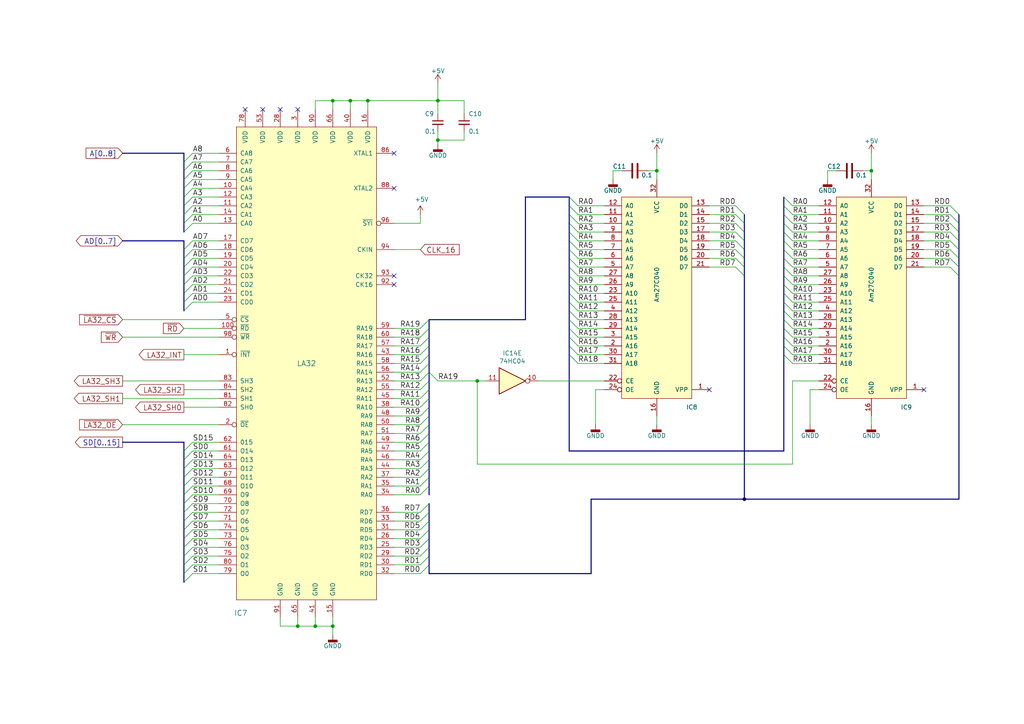
<source format=kicad_sch>
(kicad_sch (version 20211123) (generator eeschema)

  (uuid c511469e-d1c5-496e-ab1b-d9bdfe9a1e6d)

  (paper "A4")

  (title_block
    (title "LAPC-I Clone")
  )

  (lib_symbols
    (symbol "74xx:74HC04" (in_bom yes) (on_board yes)
      (property "Reference" "U" (id 0) (at 0 1.27 0)
        (effects (font (size 1.27 1.27)))
      )
      (property "Value" "74HC04" (id 1) (at 0 -1.27 0)
        (effects (font (size 1.27 1.27)))
      )
      (property "Footprint" "" (id 2) (at 0 0 0)
        (effects (font (size 1.27 1.27)) hide)
      )
      (property "Datasheet" "https://assets.nexperia.com/documents/data-sheet/74HC_HCT04.pdf" (id 3) (at 0 0 0)
        (effects (font (size 1.27 1.27)) hide)
      )
      (property "ki_locked" "" (id 4) (at 0 0 0)
        (effects (font (size 1.27 1.27)))
      )
      (property "ki_keywords" "HCMOS not inv" (id 5) (at 0 0 0)
        (effects (font (size 1.27 1.27)) hide)
      )
      (property "ki_description" "Hex Inverter" (id 6) (at 0 0 0)
        (effects (font (size 1.27 1.27)) hide)
      )
      (property "ki_fp_filters" "DIP*W7.62mm* SSOP?14* TSSOP?14*" (id 7) (at 0 0 0)
        (effects (font (size 1.27 1.27)) hide)
      )
      (symbol "74HC04_1_0"
        (polyline
          (pts
            (xy -3.81 3.81)
            (xy -3.81 -3.81)
            (xy 3.81 0)
            (xy -3.81 3.81)
          )
          (stroke (width 0.254) (type default) (color 0 0 0 0))
          (fill (type background))
        )
        (pin input line (at -7.62 0 0) (length 3.81)
          (name "~" (effects (font (size 1.27 1.27))))
          (number "1" (effects (font (size 1.27 1.27))))
        )
        (pin output inverted (at 7.62 0 180) (length 3.81)
          (name "~" (effects (font (size 1.27 1.27))))
          (number "2" (effects (font (size 1.27 1.27))))
        )
      )
      (symbol "74HC04_2_0"
        (polyline
          (pts
            (xy -3.81 3.81)
            (xy -3.81 -3.81)
            (xy 3.81 0)
            (xy -3.81 3.81)
          )
          (stroke (width 0.254) (type default) (color 0 0 0 0))
          (fill (type background))
        )
        (pin input line (at -7.62 0 0) (length 3.81)
          (name "~" (effects (font (size 1.27 1.27))))
          (number "3" (effects (font (size 1.27 1.27))))
        )
        (pin output inverted (at 7.62 0 180) (length 3.81)
          (name "~" (effects (font (size 1.27 1.27))))
          (number "4" (effects (font (size 1.27 1.27))))
        )
      )
      (symbol "74HC04_3_0"
        (polyline
          (pts
            (xy -3.81 3.81)
            (xy -3.81 -3.81)
            (xy 3.81 0)
            (xy -3.81 3.81)
          )
          (stroke (width 0.254) (type default) (color 0 0 0 0))
          (fill (type background))
        )
        (pin input line (at -7.62 0 0) (length 3.81)
          (name "~" (effects (font (size 1.27 1.27))))
          (number "5" (effects (font (size 1.27 1.27))))
        )
        (pin output inverted (at 7.62 0 180) (length 3.81)
          (name "~" (effects (font (size 1.27 1.27))))
          (number "6" (effects (font (size 1.27 1.27))))
        )
      )
      (symbol "74HC04_4_0"
        (polyline
          (pts
            (xy -3.81 3.81)
            (xy -3.81 -3.81)
            (xy 3.81 0)
            (xy -3.81 3.81)
          )
          (stroke (width 0.254) (type default) (color 0 0 0 0))
          (fill (type background))
        )
        (pin output inverted (at 7.62 0 180) (length 3.81)
          (name "~" (effects (font (size 1.27 1.27))))
          (number "8" (effects (font (size 1.27 1.27))))
        )
        (pin input line (at -7.62 0 0) (length 3.81)
          (name "~" (effects (font (size 1.27 1.27))))
          (number "9" (effects (font (size 1.27 1.27))))
        )
      )
      (symbol "74HC04_5_0"
        (polyline
          (pts
            (xy -3.81 3.81)
            (xy -3.81 -3.81)
            (xy 3.81 0)
            (xy -3.81 3.81)
          )
          (stroke (width 0.254) (type default) (color 0 0 0 0))
          (fill (type background))
        )
        (pin output inverted (at 7.62 0 180) (length 3.81)
          (name "~" (effects (font (size 1.27 1.27))))
          (number "10" (effects (font (size 1.27 1.27))))
        )
        (pin input line (at -7.62 0 0) (length 3.81)
          (name "~" (effects (font (size 1.27 1.27))))
          (number "11" (effects (font (size 1.27 1.27))))
        )
      )
      (symbol "74HC04_6_0"
        (polyline
          (pts
            (xy -3.81 3.81)
            (xy -3.81 -3.81)
            (xy 3.81 0)
            (xy -3.81 3.81)
          )
          (stroke (width 0.254) (type default) (color 0 0 0 0))
          (fill (type background))
        )
        (pin output inverted (at 7.62 0 180) (length 3.81)
          (name "~" (effects (font (size 1.27 1.27))))
          (number "12" (effects (font (size 1.27 1.27))))
        )
        (pin input line (at -7.62 0 0) (length 3.81)
          (name "~" (effects (font (size 1.27 1.27))))
          (number "13" (effects (font (size 1.27 1.27))))
        )
      )
      (symbol "74HC04_7_0"
        (pin power_in line (at 0 12.7 270) (length 5.08)
          (name "VCC" (effects (font (size 1.27 1.27))))
          (number "14" (effects (font (size 1.27 1.27))))
        )
        (pin power_in line (at 0 -12.7 90) (length 5.08)
          (name "GND" (effects (font (size 1.27 1.27))))
          (number "7" (effects (font (size 1.27 1.27))))
        )
      )
      (symbol "74HC04_7_1"
        (rectangle (start -5.08 7.62) (end 5.08 -7.62)
          (stroke (width 0.254) (type default) (color 0 0 0 0))
          (fill (type background))
        )
      )
    )
    (symbol "Device:C" (pin_numbers hide) (pin_names (offset 0.254)) (in_bom yes) (on_board yes)
      (property "Reference" "C" (id 0) (at 0.635 2.54 0)
        (effects (font (size 1.27 1.27)) (justify left))
      )
      (property "Value" "C" (id 1) (at 0.635 -2.54 0)
        (effects (font (size 1.27 1.27)) (justify left))
      )
      (property "Footprint" "" (id 2) (at 0.9652 -3.81 0)
        (effects (font (size 1.27 1.27)) hide)
      )
      (property "Datasheet" "~" (id 3) (at 0 0 0)
        (effects (font (size 1.27 1.27)) hide)
      )
      (property "ki_keywords" "cap capacitor" (id 4) (at 0 0 0)
        (effects (font (size 1.27 1.27)) hide)
      )
      (property "ki_description" "Unpolarized capacitor" (id 5) (at 0 0 0)
        (effects (font (size 1.27 1.27)) hide)
      )
      (property "ki_fp_filters" "C_*" (id 6) (at 0 0 0)
        (effects (font (size 1.27 1.27)) hide)
      )
      (symbol "C_0_1"
        (polyline
          (pts
            (xy -2.032 -0.762)
            (xy 2.032 -0.762)
          )
          (stroke (width 0.508) (type default) (color 0 0 0 0))
          (fill (type none))
        )
        (polyline
          (pts
            (xy -2.032 0.762)
            (xy 2.032 0.762)
          )
          (stroke (width 0.508) (type default) (color 0 0 0 0))
          (fill (type none))
        )
      )
      (symbol "C_1_1"
        (pin passive line (at 0 3.81 270) (length 2.794)
          (name "~" (effects (font (size 1.27 1.27))))
          (number "1" (effects (font (size 1.27 1.27))))
        )
        (pin passive line (at 0 -3.81 90) (length 2.794)
          (name "~" (effects (font (size 1.27 1.27))))
          (number "2" (effects (font (size 1.27 1.27))))
        )
      )
    )
    (symbol "Device:C_Small" (pin_numbers hide) (pin_names (offset 0.254) hide) (in_bom yes) (on_board yes)
      (property "Reference" "C" (id 0) (at 0.254 1.778 0)
        (effects (font (size 1.27 1.27)) (justify left))
      )
      (property "Value" "C_Small" (id 1) (at 0.254 -2.032 0)
        (effects (font (size 1.27 1.27)) (justify left))
      )
      (property "Footprint" "" (id 2) (at 0 0 0)
        (effects (font (size 1.27 1.27)) hide)
      )
      (property "Datasheet" "~" (id 3) (at 0 0 0)
        (effects (font (size 1.27 1.27)) hide)
      )
      (property "ki_keywords" "capacitor cap" (id 4) (at 0 0 0)
        (effects (font (size 1.27 1.27)) hide)
      )
      (property "ki_description" "Unpolarized capacitor, small symbol" (id 5) (at 0 0 0)
        (effects (font (size 1.27 1.27)) hide)
      )
      (property "ki_fp_filters" "C_*" (id 6) (at 0 0 0)
        (effects (font (size 1.27 1.27)) hide)
      )
      (symbol "C_Small_0_1"
        (polyline
          (pts
            (xy -1.524 -0.508)
            (xy 1.524 -0.508)
          )
          (stroke (width 0.3302) (type default) (color 0 0 0 0))
          (fill (type none))
        )
        (polyline
          (pts
            (xy -1.524 0.508)
            (xy 1.524 0.508)
          )
          (stroke (width 0.3048) (type default) (color 0 0 0 0))
          (fill (type none))
        )
      )
      (symbol "C_Small_1_1"
        (pin passive line (at 0 2.54 270) (length 2.032)
          (name "~" (effects (font (size 1.27 1.27))))
          (number "1" (effects (font (size 1.27 1.27))))
        )
        (pin passive line (at 0 -2.54 90) (length 2.032)
          (name "~" (effects (font (size 1.27 1.27))))
          (number "2" (effects (font (size 1.27 1.27))))
        )
      )
    )
    (symbol "lapci_clone:Am27C040" (pin_names (offset 1.016)) (in_bom yes) (on_board yes)
      (property "Reference" "U" (id 0) (at 8.89 -30.48 0)
        (effects (font (size 1.27 1.27)))
      )
      (property "Value" "Am27C040" (id 1) (at 0 5.08 90)
        (effects (font (size 1.27 1.27)))
      )
      (property "Footprint" "" (id 2) (at 0 5.08 0)
        (effects (font (size 1.27 1.27)) hide)
      )
      (property "Datasheet" "" (id 3) (at 0 5.08 0)
        (effects (font (size 1.27 1.27)) hide)
      )
      (symbol "Am27C040_0_0"
        (pin power_in line (at 0 -33.02 90) (length 5.08)
          (name "GND" (effects (font (size 1.27 1.27))))
          (number "16" (effects (font (size 1.27 1.27))))
        )
        (pin power_in line (at 0 35.56 270) (length 5.08)
          (name "VCC" (effects (font (size 1.27 1.27))))
          (number "32" (effects (font (size 1.27 1.27))))
        )
      )
      (symbol "Am27C040_0_1"
        (rectangle (start -10.16 30.48) (end 10.16 -27.94)
          (stroke (width 0) (type default) (color 0 0 0 0))
          (fill (type background))
        )
      )
      (symbol "Am27C040_1_1"
        (pin input line (at 15.24 -25.4 180) (length 5.08)
          (name "VPP" (effects (font (size 1.27 1.27))))
          (number "1" (effects (font (size 1.27 1.27))))
        )
        (pin input line (at -15.24 22.86 0) (length 5.08)
          (name "A2" (effects (font (size 1.27 1.27))))
          (number "10" (effects (font (size 1.27 1.27))))
        )
        (pin input line (at -15.24 25.4 0) (length 5.08)
          (name "A1" (effects (font (size 1.27 1.27))))
          (number "11" (effects (font (size 1.27 1.27))))
        )
        (pin input line (at -15.24 27.94 0) (length 5.08)
          (name "A0" (effects (font (size 1.27 1.27))))
          (number "12" (effects (font (size 1.27 1.27))))
        )
        (pin tri_state line (at 15.24 27.94 180) (length 5.08)
          (name "D0" (effects (font (size 1.27 1.27))))
          (number "13" (effects (font (size 1.27 1.27))))
        )
        (pin tri_state line (at 15.24 25.4 180) (length 5.08)
          (name "D1" (effects (font (size 1.27 1.27))))
          (number "14" (effects (font (size 1.27 1.27))))
        )
        (pin tri_state line (at 15.24 22.86 180) (length 5.08)
          (name "D2" (effects (font (size 1.27 1.27))))
          (number "15" (effects (font (size 1.27 1.27))))
        )
        (pin tri_state line (at 15.24 20.32 180) (length 5.08)
          (name "D3" (effects (font (size 1.27 1.27))))
          (number "17" (effects (font (size 1.27 1.27))))
        )
        (pin tri_state line (at 15.24 17.78 180) (length 5.08)
          (name "D4" (effects (font (size 1.27 1.27))))
          (number "18" (effects (font (size 1.27 1.27))))
        )
        (pin tri_state line (at 15.24 15.24 180) (length 5.08)
          (name "D5" (effects (font (size 1.27 1.27))))
          (number "19" (effects (font (size 1.27 1.27))))
        )
        (pin input line (at -15.24 -12.7 0) (length 5.08)
          (name "A16" (effects (font (size 1.27 1.27))))
          (number "2" (effects (font (size 1.27 1.27))))
        )
        (pin tri_state line (at 15.24 12.7 180) (length 5.08)
          (name "D6" (effects (font (size 1.27 1.27))))
          (number "20" (effects (font (size 1.27 1.27))))
        )
        (pin tri_state line (at 15.24 10.16 180) (length 5.08)
          (name "D7" (effects (font (size 1.27 1.27))))
          (number "21" (effects (font (size 1.27 1.27))))
        )
        (pin input inverted (at -15.24 -22.86 0) (length 5.08)
          (name "CE" (effects (font (size 1.27 1.27))))
          (number "22" (effects (font (size 1.27 1.27))))
        )
        (pin input line (at -15.24 2.54 0) (length 5.08)
          (name "A10" (effects (font (size 1.27 1.27))))
          (number "23" (effects (font (size 1.27 1.27))))
        )
        (pin input inverted (at -15.24 -25.4 0) (length 5.08)
          (name "OE" (effects (font (size 1.27 1.27))))
          (number "24" (effects (font (size 1.27 1.27))))
        )
        (pin input line (at -15.24 0 0) (length 5.08)
          (name "A11" (effects (font (size 1.27 1.27))))
          (number "25" (effects (font (size 1.27 1.27))))
        )
        (pin input line (at -15.24 5.08 0) (length 5.08)
          (name "A9" (effects (font (size 1.27 1.27))))
          (number "26" (effects (font (size 1.27 1.27))))
        )
        (pin input line (at -15.24 7.62 0) (length 5.08)
          (name "A8" (effects (font (size 1.27 1.27))))
          (number "27" (effects (font (size 1.27 1.27))))
        )
        (pin input line (at -15.24 -5.08 0) (length 5.08)
          (name "A13" (effects (font (size 1.27 1.27))))
          (number "28" (effects (font (size 1.27 1.27))))
        )
        (pin input line (at -15.24 -7.62 0) (length 5.08)
          (name "A14" (effects (font (size 1.27 1.27))))
          (number "29" (effects (font (size 1.27 1.27))))
        )
        (pin input line (at -15.24 -10.16 0) (length 5.08)
          (name "A15" (effects (font (size 1.27 1.27))))
          (number "3" (effects (font (size 1.27 1.27))))
        )
        (pin input line (at -15.24 -15.24 0) (length 5.08)
          (name "A17" (effects (font (size 1.27 1.27))))
          (number "30" (effects (font (size 1.27 1.27))))
        )
        (pin input line (at -15.24 -17.78 0) (length 5.08)
          (name "A18" (effects (font (size 1.27 1.27))))
          (number "31" (effects (font (size 1.27 1.27))))
        )
        (pin input line (at -15.24 -2.54 0) (length 5.08)
          (name "A12" (effects (font (size 1.27 1.27))))
          (number "4" (effects (font (size 1.27 1.27))))
        )
        (pin input line (at -15.24 10.16 0) (length 5.08)
          (name "A7" (effects (font (size 1.27 1.27))))
          (number "5" (effects (font (size 1.27 1.27))))
        )
        (pin input line (at -15.24 12.7 0) (length 5.08)
          (name "A6" (effects (font (size 1.27 1.27))))
          (number "6" (effects (font (size 1.27 1.27))))
        )
        (pin input line (at -15.24 15.24 0) (length 5.08)
          (name "A5" (effects (font (size 1.27 1.27))))
          (number "7" (effects (font (size 1.27 1.27))))
        )
        (pin input line (at -15.24 17.78 0) (length 5.08)
          (name "A4" (effects (font (size 1.27 1.27))))
          (number "8" (effects (font (size 1.27 1.27))))
        )
        (pin input line (at -15.24 20.32 0) (length 5.08)
          (name "A3" (effects (font (size 1.27 1.27))))
          (number "9" (effects (font (size 1.27 1.27))))
        )
      )
    )
    (symbol "lapci_clone:LA32" (pin_names (offset 1.016)) (in_bom yes) (on_board yes)
      (property "Reference" "U" (id 0) (at 22.86 -71.12 0)
        (effects (font (size 1.524 1.524)))
      )
      (property "Value" "LA32" (id 1) (at 0 0 0)
        (effects (font (size 1.524 1.524)))
      )
      (property "Footprint" "" (id 2) (at 2.54 45.72 0)
        (effects (font (size 1.524 1.524)) hide)
      )
      (property "Datasheet" "" (id 3) (at 2.54 45.72 0)
        (effects (font (size 1.524 1.524)) hide)
      )
      (symbol "LA32_0_1"
        (rectangle (start -20.32 68.58) (end 20.32 -68.58)
          (stroke (width 0) (type default) (color 0 0 0 0))
          (fill (type background))
        )
      )
      (symbol "LA32_1_1"
        (pin output inverted (at 25.4 2.54 180) (length 5.08)
          (name "~{INT}" (effects (font (size 1.27 1.27))))
          (number "1" (effects (font (size 1.27 1.27))))
        )
        (pin input line (at 25.4 50.8 180) (length 5.08)
          (name "CA4" (effects (font (size 1.27 1.27))))
          (number "10" (effects (font (size 1.27 1.27))))
        )
        (pin input inverted (at 25.4 10.16 180) (length 5.08)
          (name "~{RD}" (effects (font (size 1.27 1.27))))
          (number "100" (effects (font (size 1.27 1.27))))
        )
        (pin input line (at 25.4 45.72 180) (length 5.08)
          (name "CA2" (effects (font (size 1.27 1.27))))
          (number "11" (effects (font (size 1.27 1.27))))
        )
        (pin input line (at 25.4 48.26 180) (length 5.08)
          (name "CA3" (effects (font (size 1.27 1.27))))
          (number "12" (effects (font (size 1.27 1.27))))
        )
        (pin input line (at 25.4 40.64 180) (length 5.08)
          (name "CA0" (effects (font (size 1.27 1.27))))
          (number "13" (effects (font (size 1.27 1.27))))
        )
        (pin input line (at 25.4 43.18 180) (length 5.08)
          (name "CA1" (effects (font (size 1.27 1.27))))
          (number "14" (effects (font (size 1.27 1.27))))
        )
        (pin power_in line (at -7.62 -73.66 90) (length 5.08)
          (name "GND" (effects (font (size 1.27 1.27))))
          (number "15" (effects (font (size 1.27 1.27))))
        )
        (pin power_in line (at -17.78 73.66 270) (length 5.08)
          (name "VDD" (effects (font (size 1.27 1.27))))
          (number "16" (effects (font (size 1.27 1.27))))
        )
        (pin bidirectional line (at 25.4 35.56 180) (length 5.08)
          (name "CD7" (effects (font (size 1.27 1.27))))
          (number "17" (effects (font (size 1.27 1.27))))
        )
        (pin bidirectional line (at 25.4 33.02 180) (length 5.08)
          (name "CD6" (effects (font (size 1.27 1.27))))
          (number "18" (effects (font (size 1.27 1.27))))
        )
        (pin bidirectional line (at 25.4 30.48 180) (length 5.08)
          (name "CD5" (effects (font (size 1.27 1.27))))
          (number "19" (effects (font (size 1.27 1.27))))
        )
        (pin input inverted (at 25.4 -17.78 180) (length 5.08)
          (name "~{OE}" (effects (font (size 1.27 1.27))))
          (number "2" (effects (font (size 1.27 1.27))))
        )
        (pin bidirectional line (at 25.4 27.94 180) (length 5.08)
          (name "CD4" (effects (font (size 1.27 1.27))))
          (number "20" (effects (font (size 1.27 1.27))))
        )
        (pin bidirectional line (at 25.4 22.86 180) (length 5.08)
          (name "CD2" (effects (font (size 1.27 1.27))))
          (number "21" (effects (font (size 1.27 1.27))))
        )
        (pin bidirectional line (at 25.4 25.4 180) (length 5.08)
          (name "CD3" (effects (font (size 1.27 1.27))))
          (number "22" (effects (font (size 1.27 1.27))))
        )
        (pin bidirectional line (at 25.4 17.78 180) (length 5.08)
          (name "CD0" (effects (font (size 1.27 1.27))))
          (number "23" (effects (font (size 1.27 1.27))))
        )
        (pin bidirectional line (at 25.4 20.32 180) (length 5.08)
          (name "CD1" (effects (font (size 1.27 1.27))))
          (number "24" (effects (font (size 1.27 1.27))))
        )
        (pin input line (at -25.4 -53.34 0) (length 5.08)
          (name "RD3" (effects (font (size 1.27 1.27))))
          (number "25" (effects (font (size 1.27 1.27))))
        )
        (pin input line (at -25.4 -50.8 0) (length 5.08)
          (name "RD4" (effects (font (size 1.27 1.27))))
          (number "26" (effects (font (size 1.27 1.27))))
        )
        (pin no_connect line (at 0 -22.86 0) (length 5.08) hide
          (name "NC" (effects (font (size 1.27 1.27))))
          (number "27" (effects (font (size 1.27 1.27))))
        )
        (pin power_in line (at 7.62 73.66 270) (length 5.08)
          (name "VDD" (effects (font (size 1.27 1.27))))
          (number "28" (effects (font (size 1.27 1.27))))
        )
        (pin input line (at -25.4 -55.88 0) (length 5.08)
          (name "RD2" (effects (font (size 1.27 1.27))))
          (number "29" (effects (font (size 1.27 1.27))))
        )
        (pin power_in line (at 2.54 73.66 270) (length 5.08)
          (name "VDD" (effects (font (size 1.27 1.27))))
          (number "3" (effects (font (size 1.27 1.27))))
        )
        (pin input line (at -25.4 -58.42 0) (length 5.08)
          (name "RD1" (effects (font (size 1.27 1.27))))
          (number "30" (effects (font (size 1.27 1.27))))
        )
        (pin input line (at -25.4 -48.26 0) (length 5.08)
          (name "RD5" (effects (font (size 1.27 1.27))))
          (number "31" (effects (font (size 1.27 1.27))))
        )
        (pin input line (at -25.4 -60.96 0) (length 5.08)
          (name "RD0" (effects (font (size 1.27 1.27))))
          (number "32" (effects (font (size 1.27 1.27))))
        )
        (pin input line (at -25.4 -45.72 0) (length 5.08)
          (name "RD6" (effects (font (size 1.27 1.27))))
          (number "33" (effects (font (size 1.27 1.27))))
        )
        (pin output line (at -25.4 -38.1 0) (length 5.08)
          (name "RA0" (effects (font (size 1.27 1.27))))
          (number "34" (effects (font (size 1.27 1.27))))
        )
        (pin output line (at -25.4 -35.56 0) (length 5.08)
          (name "RA1" (effects (font (size 1.27 1.27))))
          (number "35" (effects (font (size 1.27 1.27))))
        )
        (pin input line (at -25.4 -43.18 0) (length 5.08)
          (name "RD7" (effects (font (size 1.27 1.27))))
          (number "36" (effects (font (size 1.27 1.27))))
        )
        (pin output line (at -25.4 -33.02 0) (length 5.08)
          (name "RA2" (effects (font (size 1.27 1.27))))
          (number "37" (effects (font (size 1.27 1.27))))
        )
        (pin output line (at -25.4 -12.7 0) (length 5.08)
          (name "RA10" (effects (font (size 1.27 1.27))))
          (number "38" (effects (font (size 1.27 1.27))))
        )
        (pin no_connect line (at 0 -25.4 0) (length 5.08) hide
          (name "NC" (effects (font (size 1.27 1.27))))
          (number "39" (effects (font (size 1.27 1.27))))
        )
        (pin no_connect line (at 0 -20.32 0) (length 5.08) hide
          (name "NC" (effects (font (size 1.27 1.27))))
          (number "4" (effects (font (size 1.27 1.27))))
        )
        (pin power_in line (at -12.7 73.66 270) (length 5.08)
          (name "VDD" (effects (font (size 1.27 1.27))))
          (number "40" (effects (font (size 1.27 1.27))))
        )
        (pin power_in line (at -2.54 -73.66 90) (length 5.08)
          (name "GND" (effects (font (size 1.27 1.27))))
          (number "41" (effects (font (size 1.27 1.27))))
        )
        (pin no_connect line (at 0 -27.94 0) (length 5.08) hide
          (name "NC" (effects (font (size 1.27 1.27))))
          (number "42" (effects (font (size 1.27 1.27))))
        )
        (pin output line (at -25.4 2.54 0) (length 5.08)
          (name "RA16" (effects (font (size 1.27 1.27))))
          (number "43" (effects (font (size 1.27 1.27))))
        )
        (pin output line (at -25.4 -30.48 0) (length 5.08)
          (name "RA3" (effects (font (size 1.27 1.27))))
          (number "44" (effects (font (size 1.27 1.27))))
        )
        (pin output line (at -25.4 -10.16 0) (length 5.08)
          (name "RA11" (effects (font (size 1.27 1.27))))
          (number "45" (effects (font (size 1.27 1.27))))
        )
        (pin output line (at -25.4 -27.94 0) (length 5.08)
          (name "RA4" (effects (font (size 1.27 1.27))))
          (number "46" (effects (font (size 1.27 1.27))))
        )
        (pin output line (at -25.4 -25.4 0) (length 5.08)
          (name "RA5" (effects (font (size 1.27 1.27))))
          (number "47" (effects (font (size 1.27 1.27))))
        )
        (pin output line (at -25.4 -15.24 0) (length 5.08)
          (name "RA9" (effects (font (size 1.27 1.27))))
          (number "48" (effects (font (size 1.27 1.27))))
        )
        (pin output line (at -25.4 -22.86 0) (length 5.08)
          (name "RA6" (effects (font (size 1.27 1.27))))
          (number "49" (effects (font (size 1.27 1.27))))
        )
        (pin input inverted (at 25.4 12.7 180) (length 5.08)
          (name "~{CS}" (effects (font (size 1.27 1.27))))
          (number "5" (effects (font (size 1.27 1.27))))
        )
        (pin output line (at -25.4 -17.78 0) (length 5.08)
          (name "RA8" (effects (font (size 1.27 1.27))))
          (number "50" (effects (font (size 1.27 1.27))))
        )
        (pin output line (at -25.4 -20.32 0) (length 5.08)
          (name "RA7" (effects (font (size 1.27 1.27))))
          (number "51" (effects (font (size 1.27 1.27))))
        )
        (pin output line (at -25.4 -5.08 0) (length 5.08)
          (name "RA13" (effects (font (size 1.27 1.27))))
          (number "52" (effects (font (size 1.27 1.27))))
        )
        (pin power_in line (at 12.7 73.66 270) (length 5.08)
          (name "VDD" (effects (font (size 1.27 1.27))))
          (number "53" (effects (font (size 1.27 1.27))))
        )
        (pin no_connect line (at 0 -30.48 0) (length 5.08) hide
          (name "NC" (effects (font (size 1.27 1.27))))
          (number "54" (effects (font (size 1.27 1.27))))
        )
        (pin output line (at -25.4 -7.62 0) (length 5.08)
          (name "RA12" (effects (font (size 1.27 1.27))))
          (number "55" (effects (font (size 1.27 1.27))))
        )
        (pin output line (at -25.4 -2.54 0) (length 5.08)
          (name "RA14" (effects (font (size 1.27 1.27))))
          (number "56" (effects (font (size 1.27 1.27))))
        )
        (pin output line (at -25.4 5.08 0) (length 5.08)
          (name "RA17" (effects (font (size 1.27 1.27))))
          (number "57" (effects (font (size 1.27 1.27))))
        )
        (pin output line (at -25.4 0 0) (length 5.08)
          (name "RA15" (effects (font (size 1.27 1.27))))
          (number "58" (effects (font (size 1.27 1.27))))
        )
        (pin output line (at -25.4 10.16 0) (length 5.08)
          (name "RA19" (effects (font (size 1.27 1.27))))
          (number "59" (effects (font (size 1.27 1.27))))
        )
        (pin input line (at 25.4 60.96 180) (length 5.08)
          (name "CA8" (effects (font (size 1.27 1.27))))
          (number "6" (effects (font (size 1.27 1.27))))
        )
        (pin output line (at -25.4 7.62 0) (length 5.08)
          (name "RA18" (effects (font (size 1.27 1.27))))
          (number "60" (effects (font (size 1.27 1.27))))
        )
        (pin output line (at 25.4 -25.4 180) (length 5.08)
          (name "O14" (effects (font (size 1.27 1.27))))
          (number "61" (effects (font (size 1.27 1.27))))
        )
        (pin output line (at 25.4 -22.86 180) (length 5.08)
          (name "015" (effects (font (size 1.27 1.27))))
          (number "62" (effects (font (size 1.27 1.27))))
        )
        (pin output line (at 25.4 -30.48 180) (length 5.08)
          (name "O12" (effects (font (size 1.27 1.27))))
          (number "63" (effects (font (size 1.27 1.27))))
        )
        (pin output line (at 25.4 -27.94 180) (length 5.08)
          (name "O13" (effects (font (size 1.27 1.27))))
          (number "64" (effects (font (size 1.27 1.27))))
        )
        (pin power_in line (at 2.54 -73.66 90) (length 5.08)
          (name "GND" (effects (font (size 1.27 1.27))))
          (number "65" (effects (font (size 1.27 1.27))))
        )
        (pin power_in line (at -7.62 73.66 270) (length 5.08)
          (name "VDD" (effects (font (size 1.27 1.27))))
          (number "66" (effects (font (size 1.27 1.27))))
        )
        (pin output line (at 25.4 -33.02 180) (length 5.08)
          (name "O11" (effects (font (size 1.27 1.27))))
          (number "67" (effects (font (size 1.27 1.27))))
        )
        (pin output line (at 25.4 -35.56 180) (length 5.08)
          (name "O10" (effects (font (size 1.27 1.27))))
          (number "68" (effects (font (size 1.27 1.27))))
        )
        (pin output line (at 25.4 -38.1 180) (length 5.08)
          (name "O9" (effects (font (size 1.27 1.27))))
          (number "69" (effects (font (size 1.27 1.27))))
        )
        (pin input line (at 25.4 58.42 180) (length 5.08)
          (name "CA7" (effects (font (size 1.27 1.27))))
          (number "7" (effects (font (size 1.27 1.27))))
        )
        (pin output line (at 25.4 -40.64 180) (length 5.08)
          (name "O8" (effects (font (size 1.27 1.27))))
          (number "70" (effects (font (size 1.27 1.27))))
        )
        (pin output line (at 25.4 -45.72 180) (length 5.08)
          (name "O6" (effects (font (size 1.27 1.27))))
          (number "71" (effects (font (size 1.27 1.27))))
        )
        (pin output line (at 25.4 -43.18 180) (length 5.08)
          (name "O7" (effects (font (size 1.27 1.27))))
          (number "72" (effects (font (size 1.27 1.27))))
        )
        (pin output line (at 25.4 -50.8 180) (length 5.08)
          (name "O4" (effects (font (size 1.27 1.27))))
          (number "73" (effects (font (size 1.27 1.27))))
        )
        (pin output line (at 25.4 -48.26 180) (length 5.08)
          (name "O5" (effects (font (size 1.27 1.27))))
          (number "74" (effects (font (size 1.27 1.27))))
        )
        (pin output line (at 25.4 -55.88 180) (length 5.08)
          (name "O2" (effects (font (size 1.27 1.27))))
          (number "75" (effects (font (size 1.27 1.27))))
        )
        (pin output line (at 25.4 -53.34 180) (length 5.08)
          (name "O3" (effects (font (size 1.27 1.27))))
          (number "76" (effects (font (size 1.27 1.27))))
        )
        (pin no_connect line (at 0 -33.02 0) (length 5.08) hide
          (name "NC" (effects (font (size 1.27 1.27))))
          (number "77" (effects (font (size 1.27 1.27))))
        )
        (pin power_in line (at 17.78 73.66 270) (length 5.08)
          (name "VDD" (effects (font (size 1.27 1.27))))
          (number "78" (effects (font (size 1.27 1.27))))
        )
        (pin output line (at 25.4 -60.96 180) (length 5.08)
          (name "O0" (effects (font (size 1.27 1.27))))
          (number "79" (effects (font (size 1.27 1.27))))
        )
        (pin input line (at 25.4 55.88 180) (length 5.08)
          (name "CA6" (effects (font (size 1.27 1.27))))
          (number "8" (effects (font (size 1.27 1.27))))
        )
        (pin output line (at 25.4 -58.42 180) (length 5.08)
          (name "O1" (effects (font (size 1.27 1.27))))
          (number "80" (effects (font (size 1.27 1.27))))
        )
        (pin output line (at 25.4 -10.16 180) (length 5.08)
          (name "SH1" (effects (font (size 1.27 1.27))))
          (number "81" (effects (font (size 1.27 1.27))))
        )
        (pin output line (at 25.4 -12.7 180) (length 5.08)
          (name "SH0" (effects (font (size 1.27 1.27))))
          (number "82" (effects (font (size 1.27 1.27))))
        )
        (pin output line (at 25.4 -5.08 180) (length 5.08)
          (name "SH3" (effects (font (size 1.27 1.27))))
          (number "83" (effects (font (size 1.27 1.27))))
        )
        (pin output line (at 25.4 -7.62 180) (length 5.08)
          (name "SH2" (effects (font (size 1.27 1.27))))
          (number "84" (effects (font (size 1.27 1.27))))
        )
        (pin no_connect line (at 0 -35.56 0) (length 5.08) hide
          (name "NC" (effects (font (size 1.27 1.27))))
          (number "85" (effects (font (size 1.27 1.27))))
        )
        (pin passive line (at -25.4 60.96 0) (length 5.08)
          (name "XTAL1" (effects (font (size 1.27 1.27))))
          (number "86" (effects (font (size 1.27 1.27))))
        )
        (pin no_connect line (at 0 -38.1 0) (length 5.08) hide
          (name "NC" (effects (font (size 1.27 1.27))))
          (number "87" (effects (font (size 1.27 1.27))))
        )
        (pin passive line (at -25.4 50.8 0) (length 5.08)
          (name "XTAL2" (effects (font (size 1.27 1.27))))
          (number "88" (effects (font (size 1.27 1.27))))
        )
        (pin no_connect line (at 0 -40.64 0) (length 5.08) hide
          (name "NC" (effects (font (size 1.27 1.27))))
          (number "89" (effects (font (size 1.27 1.27))))
        )
        (pin input line (at 25.4 53.34 180) (length 5.08)
          (name "CA5" (effects (font (size 1.27 1.27))))
          (number "9" (effects (font (size 1.27 1.27))))
        )
        (pin power_in line (at -2.54 73.66 270) (length 5.08)
          (name "VDD" (effects (font (size 1.27 1.27))))
          (number "90" (effects (font (size 1.27 1.27))))
        )
        (pin power_in line (at 7.62 -73.66 90) (length 5.08)
          (name "GND" (effects (font (size 1.27 1.27))))
          (number "91" (effects (font (size 1.27 1.27))))
        )
        (pin output line (at -25.4 22.86 0) (length 5.08)
          (name "CK16" (effects (font (size 1.27 1.27))))
          (number "92" (effects (font (size 1.27 1.27))))
        )
        (pin output line (at -25.4 25.4 0) (length 5.08)
          (name "CK32" (effects (font (size 1.27 1.27))))
          (number "93" (effects (font (size 1.27 1.27))))
        )
        (pin input line (at -25.4 33.02 0) (length 5.08)
          (name "CKIN" (effects (font (size 1.27 1.27))))
          (number "94" (effects (font (size 1.27 1.27))))
        )
        (pin no_connect line (at 0 -43.18 0) (length 5.08) hide
          (name "NC" (effects (font (size 1.27 1.27))))
          (number "95" (effects (font (size 1.27 1.27))))
        )
        (pin input inverted (at -25.4 40.64 0) (length 5.08)
          (name "~{SYI}" (effects (font (size 1.27 1.27))))
          (number "96" (effects (font (size 1.27 1.27))))
        )
        (pin no_connect line (at 0 -45.72 0) (length 5.08) hide
          (name "NC" (effects (font (size 1.27 1.27))))
          (number "97" (effects (font (size 1.27 1.27))))
        )
        (pin input inverted (at 25.4 7.62 180) (length 5.08)
          (name "~{WR}" (effects (font (size 1.27 1.27))))
          (number "98" (effects (font (size 1.27 1.27))))
        )
        (pin no_connect line (at 0 -48.26 0) (length 5.08) hide
          (name "NC" (effects (font (size 1.27 1.27))))
          (number "99" (effects (font (size 1.27 1.27))))
        )
      )
    )
    (symbol "power:+5V" (power) (pin_names (offset 0)) (in_bom yes) (on_board yes)
      (property "Reference" "#PWR" (id 0) (at 0 -3.81 0)
        (effects (font (size 1.27 1.27)) hide)
      )
      (property "Value" "+5V" (id 1) (at 0 3.556 0)
        (effects (font (size 1.27 1.27)))
      )
      (property "Footprint" "" (id 2) (at 0 0 0)
        (effects (font (size 1.27 1.27)) hide)
      )
      (property "Datasheet" "" (id 3) (at 0 0 0)
        (effects (font (size 1.27 1.27)) hide)
      )
      (property "ki_keywords" "power-flag" (id 4) (at 0 0 0)
        (effects (font (size 1.27 1.27)) hide)
      )
      (property "ki_description" "Power symbol creates a global label with name \"+5V\"" (id 5) (at 0 0 0)
        (effects (font (size 1.27 1.27)) hide)
      )
      (symbol "+5V_0_1"
        (polyline
          (pts
            (xy -0.762 1.27)
            (xy 0 2.54)
          )
          (stroke (width 0) (type default) (color 0 0 0 0))
          (fill (type none))
        )
        (polyline
          (pts
            (xy 0 0)
            (xy 0 2.54)
          )
          (stroke (width 0) (type default) (color 0 0 0 0))
          (fill (type none))
        )
        (polyline
          (pts
            (xy 0 2.54)
            (xy 0.762 1.27)
          )
          (stroke (width 0) (type default) (color 0 0 0 0))
          (fill (type none))
        )
      )
      (symbol "+5V_1_1"
        (pin power_in line (at 0 0 90) (length 0) hide
          (name "+5V" (effects (font (size 1.27 1.27))))
          (number "1" (effects (font (size 1.27 1.27))))
        )
      )
    )
    (symbol "power:GNDD" (power) (pin_names (offset 0)) (in_bom yes) (on_board yes)
      (property "Reference" "#PWR" (id 0) (at 0 -6.35 0)
        (effects (font (size 1.27 1.27)) hide)
      )
      (property "Value" "GNDD" (id 1) (at 0 -3.175 0)
        (effects (font (size 1.27 1.27)))
      )
      (property "Footprint" "" (id 2) (at 0 0 0)
        (effects (font (size 1.27 1.27)) hide)
      )
      (property "Datasheet" "" (id 3) (at 0 0 0)
        (effects (font (size 1.27 1.27)) hide)
      )
      (property "ki_keywords" "power-flag" (id 4) (at 0 0 0)
        (effects (font (size 1.27 1.27)) hide)
      )
      (property "ki_description" "Power symbol creates a global label with name \"GNDD\" , digital ground" (id 5) (at 0 0 0)
        (effects (font (size 1.27 1.27)) hide)
      )
      (symbol "GNDD_0_1"
        (rectangle (start -1.27 -1.524) (end 1.27 -2.032)
          (stroke (width 0.254) (type default) (color 0 0 0 0))
          (fill (type outline))
        )
        (polyline
          (pts
            (xy 0 0)
            (xy 0 -1.524)
          )
          (stroke (width 0) (type default) (color 0 0 0 0))
          (fill (type none))
        )
      )
      (symbol "GNDD_1_1"
        (pin power_in line (at 0 0 270) (length 0) hide
          (name "GNDD" (effects (font (size 1.27 1.27))))
          (number "1" (effects (font (size 1.27 1.27))))
        )
      )
    )
  )

  (junction (at 127 29.21) (diameter 0) (color 0 0 0 0)
    (uuid 15849db9-220e-4afd-b7a0-07e5cbc925e5)
  )
  (junction (at 96.52 29.21) (diameter 0) (color 0 0 0 0)
    (uuid 6109efee-34d5-4820-b2f1-2e5974922f54)
  )
  (junction (at 106.68 29.21) (diameter 0) (color 0 0 0 0)
    (uuid 6b24a7a2-717b-4448-a40d-7886a2ed3d71)
  )
  (junction (at 96.52 181.61) (diameter 0) (color 0 0 0 0)
    (uuid 716698ac-ed16-401e-958b-a147596def51)
  )
  (junction (at 138.43 110.49) (diameter 0) (color 0 0 0 0)
    (uuid 825fbe04-7d0f-48c0-b196-0082d6b05859)
  )
  (junction (at 252.73 49.53) (diameter 0) (color 0 0 0 0)
    (uuid b7c70258-e563-4ab0-a10c-bab04504f68f)
  )
  (junction (at 91.44 181.61) (diameter 0) (color 0 0 0 0)
    (uuid bace1c82-95a6-4669-a7e7-5bc2416e7e84)
  )
  (junction (at 190.5 49.53) (diameter 0) (color 0 0 0 0)
    (uuid c7db6f12-37a4-4f57-ae11-a85dc3d9a3a4)
  )
  (junction (at 101.6 29.21) (diameter 0) (color 0 0 0 0)
    (uuid cfc3b2fc-1257-4353-9902-85cb6291fba4)
  )
  (junction (at 127 40.64) (diameter 0) (color 0 0 0 0)
    (uuid d2551b77-8cbc-4e7a-af3b-fc16fb61dc91)
  )
  (junction (at 86.36 181.61) (diameter 0) (color 0 0 0 0)
    (uuid d9c9046c-34c5-4cac-9cb3-760e2219db2a)
  )
  (junction (at 215.9 144.78) (diameter 0) (color 0 0 0 0)
    (uuid e37b0ec1-e6e0-41cc-abe1-ad47cc32e2d2)
  )

  (no_connect (at 267.97 113.03) (uuid 0091242a-bd9b-46a6-8cd0-cc81fa5db24e))
  (no_connect (at 76.2 31.75) (uuid 05a3fd88-c58e-4323-96ff-70847ec682b8))
  (no_connect (at 86.36 31.75) (uuid 134ebdd2-d265-4b1a-8213-3e042a51f566))
  (no_connect (at 114.3 82.55) (uuid 162f154d-2c07-4117-86f4-e015b02985f7))
  (no_connect (at 205.74 113.03) (uuid 1dc423f3-1741-4cb4-aa3d-a702d125d769))
  (no_connect (at 81.28 31.75) (uuid 48c77641-1046-44b0-bae8-52da953ea633))
  (no_connect (at 114.3 54.61) (uuid 6d5bf990-e87a-4829-a61f-8ea7b3162465))
  (no_connect (at 114.3 80.01) (uuid c5500aa7-533e-4660-a458-6bb3014c7d4e))
  (no_connect (at 114.3 44.45) (uuid d6d675b8-f9ac-4030-acc8-a357acd0a266))
  (no_connect (at 71.12 31.75) (uuid ea399d10-1f30-4eb9-af71-91adeba50151))

  (bus_entry (at 55.88 72.39) (size -2.54 2.54)
    (stroke (width 0) (type default) (color 0 0 0 0))
    (uuid 056c9c13-522f-449c-84bd-83c95f6465a1)
  )
  (bus_entry (at 124.46 92.71) (size -2.54 2.54)
    (stroke (width 0) (type default) (color 0 0 0 0))
    (uuid 05e97569-cb43-4bfe-9c28-ea03e56f9c42)
  )
  (bus_entry (at 227.33 57.15) (size 2.54 2.54)
    (stroke (width 0) (type default) (color 0 0 0 0))
    (uuid 060a9d78-785b-4e95-9f27-c70c9bd79368)
  )
  (bus_entry (at 165.1 90.17) (size 2.54 2.54)
    (stroke (width 0) (type default) (color 0 0 0 0))
    (uuid 066e1992-d763-4a9e-8986-82a289c6f7d3)
  )
  (bus_entry (at 165.1 57.15) (size 2.54 2.54)
    (stroke (width 0) (type default) (color 0 0 0 0))
    (uuid 06bccb0b-2f4b-4092-834b-3871294199da)
  )
  (bus_entry (at 227.33 62.23) (size 2.54 2.54)
    (stroke (width 0) (type default) (color 0 0 0 0))
    (uuid 0816bee4-5935-4741-bd0f-c370f413b02b)
  )
  (bus_entry (at 124.46 100.33) (size -2.54 2.54)
    (stroke (width 0) (type default) (color 0 0 0 0))
    (uuid 0db2329c-20dc-462b-b20a-ad6f2e2cbe93)
  )
  (bus_entry (at 124.46 133.35) (size -2.54 2.54)
    (stroke (width 0) (type default) (color 0 0 0 0))
    (uuid 0f6ca36b-4e91-4d2e-9f6d-1a233014754f)
  )
  (bus_entry (at 55.88 80.01) (size -2.54 2.54)
    (stroke (width 0) (type default) (color 0 0 0 0))
    (uuid 10d4acf9-eb07-4704-a954-054e4658f650)
  )
  (bus_entry (at 165.1 85.09) (size 2.54 2.54)
    (stroke (width 0) (type default) (color 0 0 0 0))
    (uuid 16fbbcc3-471d-4df7-bd39-383fab759fde)
  )
  (bus_entry (at 55.88 87.63) (size -2.54 2.54)
    (stroke (width 0) (type default) (color 0 0 0 0))
    (uuid 18282a1a-7012-465b-b257-9994d1176f23)
  )
  (bus_entry (at 55.88 153.67) (size -2.54 2.54)
    (stroke (width 0) (type default) (color 0 0 0 0))
    (uuid 1a65f33c-7c56-44cc-9cf1-6ac54f672e8b)
  )
  (bus_entry (at 55.88 46.99) (size -2.54 2.54)
    (stroke (width 0) (type default) (color 0 0 0 0))
    (uuid 1e9dcbc0-ed04-41e3-9512-fbb37cd7d179)
  )
  (bus_entry (at 213.36 59.69) (size 2.54 2.54)
    (stroke (width 0) (type default) (color 0 0 0 0))
    (uuid 2415f537-fa6d-4c04-bd97-00b9f7ab939d)
  )
  (bus_entry (at 275.59 74.93) (size 2.54 2.54)
    (stroke (width 0) (type default) (color 0 0 0 0))
    (uuid 260c26af-1e30-4624-94a4-7cbfebc53f93)
  )
  (bus_entry (at 55.88 49.53) (size -2.54 2.54)
    (stroke (width 0) (type default) (color 0 0 0 0))
    (uuid 29ba223f-0062-42d7-819b-390aa3bcacc3)
  )
  (bus_entry (at 275.59 77.47) (size 2.54 2.54)
    (stroke (width 0) (type default) (color 0 0 0 0))
    (uuid 2b5ef57e-9829-4c8c-a772-0c450fa178e8)
  )
  (bus_entry (at 227.33 64.77) (size 2.54 2.54)
    (stroke (width 0) (type default) (color 0 0 0 0))
    (uuid 2ca7d35c-f03b-45eb-bc5e-72292d02981d)
  )
  (bus_entry (at 275.59 64.77) (size 2.54 2.54)
    (stroke (width 0) (type default) (color 0 0 0 0))
    (uuid 2d9bce5f-b18b-47a2-9654-99086bc7c8ca)
  )
  (bus_entry (at 227.33 77.47) (size 2.54 2.54)
    (stroke (width 0) (type default) (color 0 0 0 0))
    (uuid 3585a139-cfc6-4b57-99ce-0163d84caa4b)
  )
  (bus_entry (at 55.88 57.15) (size -2.54 2.54)
    (stroke (width 0) (type default) (color 0 0 0 0))
    (uuid 388986aa-d9a5-485c-b2a5-20f9608e57de)
  )
  (bus_entry (at 165.1 80.01) (size 2.54 2.54)
    (stroke (width 0) (type default) (color 0 0 0 0))
    (uuid 3ae98a70-72b8-4d72-8f0c-ecef7b1ca6d6)
  )
  (bus_entry (at 55.88 54.61) (size -2.54 2.54)
    (stroke (width 0) (type default) (color 0 0 0 0))
    (uuid 3aed5f29-363b-4eca-a21e-756b68fe8f23)
  )
  (bus_entry (at 55.88 158.75) (size -2.54 2.54)
    (stroke (width 0) (type default) (color 0 0 0 0))
    (uuid 3b0df787-46aa-47b2-a11b-96df99f09a2e)
  )
  (bus_entry (at 55.88 166.37) (size -2.54 2.54)
    (stroke (width 0) (type default) (color 0 0 0 0))
    (uuid 3d219812-261f-4741-b119-3a36b9052a99)
  )
  (bus_entry (at 213.36 77.47) (size 2.54 2.54)
    (stroke (width 0) (type default) (color 0 0 0 0))
    (uuid 3f787304-0f09-428f-9615-a178d53b5ed2)
  )
  (bus_entry (at 124.46 113.03) (size -2.54 2.54)
    (stroke (width 0) (type default) (color 0 0 0 0))
    (uuid 44caae53-1a52-43c9-bdd2-601a68a99b9d)
  )
  (bus_entry (at 55.88 82.55) (size -2.54 2.54)
    (stroke (width 0) (type default) (color 0 0 0 0))
    (uuid 4572eec0-5fb0-46c6-89b0-d3341f37f9b8)
  )
  (bus_entry (at 55.88 85.09) (size -2.54 2.54)
    (stroke (width 0) (type default) (color 0 0 0 0))
    (uuid 497283dc-5316-4045-8e79-68a8bb50f4f5)
  )
  (bus_entry (at 227.33 102.87) (size 2.54 2.54)
    (stroke (width 0) (type default) (color 0 0 0 0))
    (uuid 4ccb0e93-36f7-4d7b-baba-2457a90267b7)
  )
  (bus_entry (at 124.46 158.75) (size -2.54 2.54)
    (stroke (width 0) (type default) (color 0 0 0 0))
    (uuid 4f483546-5fe1-407e-aca5-4726d4b59bdf)
  )
  (bus_entry (at 165.1 67.31) (size 2.54 2.54)
    (stroke (width 0) (type default) (color 0 0 0 0))
    (uuid 4f5c185a-e11b-4d82-a8bc-b9689c9c633b)
  )
  (bus_entry (at 55.88 74.93) (size -2.54 2.54)
    (stroke (width 0) (type default) (color 0 0 0 0))
    (uuid 51e38831-b6fe-409b-99e0-ea87fc114c30)
  )
  (bus_entry (at 55.88 64.77) (size -2.54 2.54)
    (stroke (width 0) (type default) (color 0 0 0 0))
    (uuid 53450cca-0496-4005-a7ef-5b1ae88fa402)
  )
  (bus_entry (at 124.46 125.73) (size -2.54 2.54)
    (stroke (width 0) (type default) (color 0 0 0 0))
    (uuid 552d2777-af2b-41ec-a31e-cd43b7c8490e)
  )
  (bus_entry (at 165.1 97.79) (size 2.54 2.54)
    (stroke (width 0) (type default) (color 0 0 0 0))
    (uuid 56ff2288-13d4-4098-a5c7-84a24b2613d1)
  )
  (bus_entry (at 165.1 77.47) (size 2.54 2.54)
    (stroke (width 0) (type default) (color 0 0 0 0))
    (uuid 5b77bfad-fdd5-4e7d-86ed-ad21fd1ee4e0)
  )
  (bus_entry (at 275.59 62.23) (size 2.54 2.54)
    (stroke (width 0) (type default) (color 0 0 0 0))
    (uuid 5cfef867-dff5-4abc-9cf1-6fa8f45eaef2)
  )
  (bus_entry (at 165.1 87.63) (size 2.54 2.54)
    (stroke (width 0) (type default) (color 0 0 0 0))
    (uuid 5d82a0b1-5c8e-42d0-8222-7c4b7e42e518)
  )
  (bus_entry (at 227.33 100.33) (size 2.54 2.54)
    (stroke (width 0) (type default) (color 0 0 0 0))
    (uuid 5e182438-6e6f-45ba-bef5-6be708805673)
  )
  (bus_entry (at 227.33 97.79) (size 2.54 2.54)
    (stroke (width 0) (type default) (color 0 0 0 0))
    (uuid 5ed8deae-e8d8-451d-b355-245f684ec0f6)
  )
  (bus_entry (at 213.36 67.31) (size 2.54 2.54)
    (stroke (width 0) (type default) (color 0 0 0 0))
    (uuid 665ff082-de8d-4434-bdea-5354e7d0b15e)
  )
  (bus_entry (at 227.33 67.31) (size 2.54 2.54)
    (stroke (width 0) (type default) (color 0 0 0 0))
    (uuid 6792a032-9256-487f-aa0b-8c689e242f4e)
  )
  (bus_entry (at 55.88 128.27) (size -2.54 2.54)
    (stroke (width 0) (type default) (color 0 0 0 0))
    (uuid 68617ba5-42bf-490f-8799-0863bd897117)
  )
  (bus_entry (at 124.46 120.65) (size -2.54 2.54)
    (stroke (width 0) (type default) (color 0 0 0 0))
    (uuid 692dffb0-eeb3-460d-80d8-8bd9541d6d51)
  )
  (bus_entry (at 213.36 74.93) (size 2.54 2.54)
    (stroke (width 0) (type default) (color 0 0 0 0))
    (uuid 6a787b26-86fe-4c4f-b92f-6381c95ee933)
  )
  (bus_entry (at 165.1 64.77) (size 2.54 2.54)
    (stroke (width 0) (type default) (color 0 0 0 0))
    (uuid 6d259b3b-196b-4e6b-acdf-fc3e09319776)
  )
  (bus_entry (at 124.46 115.57) (size -2.54 2.54)
    (stroke (width 0) (type default) (color 0 0 0 0))
    (uuid 6e58d35e-842e-41f9-b302-a0606bc2c8e5)
  )
  (bus_entry (at 124.46 135.89) (size -2.54 2.54)
    (stroke (width 0) (type default) (color 0 0 0 0))
    (uuid 702bcc4a-1260-4306-a7ef-df0173640909)
  )
  (bus_entry (at 124.46 148.59) (size -2.54 2.54)
    (stroke (width 0) (type default) (color 0 0 0 0))
    (uuid 7075a498-5749-4f19-ba7d-9b8161486d1a)
  )
  (bus_entry (at 227.33 87.63) (size 2.54 2.54)
    (stroke (width 0) (type default) (color 0 0 0 0))
    (uuid 7131ee3d-de36-4b6f-a391-6695d97d81c2)
  )
  (bus_entry (at 165.1 72.39) (size 2.54 2.54)
    (stroke (width 0) (type default) (color 0 0 0 0))
    (uuid 73cb09ad-e380-49f3-bc9d-038b1104bc93)
  )
  (bus_entry (at 55.88 69.85) (size -2.54 2.54)
    (stroke (width 0) (type default) (color 0 0 0 0))
    (uuid 74e18c92-61e9-4154-8a7c-dfbd4a946e5e)
  )
  (bus_entry (at 213.36 72.39) (size 2.54 2.54)
    (stroke (width 0) (type default) (color 0 0 0 0))
    (uuid 7594fd2b-c5d9-4333-9f70-e53128d27c5a)
  )
  (bus_entry (at 124.46 118.11) (size -2.54 2.54)
    (stroke (width 0) (type default) (color 0 0 0 0))
    (uuid 7622577b-cb45-48f8-91b9-adcbe403ee14)
  )
  (bus_entry (at 165.1 95.25) (size 2.54 2.54)
    (stroke (width 0) (type default) (color 0 0 0 0))
    (uuid 7af171ef-c1a8-4817-ac3c-eb72938c314e)
  )
  (bus_entry (at 55.88 143.51) (size -2.54 2.54)
    (stroke (width 0) (type default) (color 0 0 0 0))
    (uuid 7c11a07f-525c-45a7-9ad1-361ea90615cc)
  )
  (bus_entry (at 55.88 161.29) (size -2.54 2.54)
    (stroke (width 0) (type default) (color 0 0 0 0))
    (uuid 7d6807f0-5c24-4921-bebf-780c435de47a)
  )
  (bus_entry (at 165.1 69.85) (size 2.54 2.54)
    (stroke (width 0) (type default) (color 0 0 0 0))
    (uuid 7f093f1d-323b-4b4e-b33a-3f6815b22768)
  )
  (bus_entry (at 55.88 135.89) (size -2.54 2.54)
    (stroke (width 0) (type default) (color 0 0 0 0))
    (uuid 8020425b-e9f3-495c-818a-7f5fd22a8d70)
  )
  (bus_entry (at 124.46 156.21) (size -2.54 2.54)
    (stroke (width 0) (type default) (color 0 0 0 0))
    (uuid 8106e159-fb99-406c-bc50-06500718779d)
  )
  (bus_entry (at 124.46 95.25) (size -2.54 2.54)
    (stroke (width 0) (type default) (color 0 0 0 0))
    (uuid 89ef2bc0-8232-4be3-b051-e70f2b9027de)
  )
  (bus_entry (at 124.46 123.19) (size -2.54 2.54)
    (stroke (width 0) (type default) (color 0 0 0 0))
    (uuid 8af22483-6986-4db8-a478-e3da735ace71)
  )
  (bus_entry (at 124.46 128.27) (size -2.54 2.54)
    (stroke (width 0) (type default) (color 0 0 0 0))
    (uuid 8ce025a1-9853-4cfa-8a57-0f90476397e9)
  )
  (bus_entry (at 227.33 69.85) (size 2.54 2.54)
    (stroke (width 0) (type default) (color 0 0 0 0))
    (uuid 8d6a069f-4023-40e5-b77a-c447eb7c2730)
  )
  (bus_entry (at 227.33 74.93) (size 2.54 2.54)
    (stroke (width 0) (type default) (color 0 0 0 0))
    (uuid 8e2a2f6b-8167-4ac5-b2a6-8fefc2e5007d)
  )
  (bus_entry (at 227.33 85.09) (size 2.54 2.54)
    (stroke (width 0) (type default) (color 0 0 0 0))
    (uuid 91d0ac33-7c52-4428-ba83-8720a383522c)
  )
  (bus_entry (at 165.1 100.33) (size 2.54 2.54)
    (stroke (width 0) (type default) (color 0 0 0 0))
    (uuid 93ef09ab-58f4-40ee-8d2b-6370d66890c0)
  )
  (bus_entry (at 55.88 148.59) (size -2.54 2.54)
    (stroke (width 0) (type default) (color 0 0 0 0))
    (uuid 9569f35a-5d83-4bd3-8b6f-04dd6bf8bb08)
  )
  (bus_entry (at 213.36 69.85) (size 2.54 2.54)
    (stroke (width 0) (type default) (color 0 0 0 0))
    (uuid 98155800-78e7-48e2-b416-a5948d22b132)
  )
  (bus_entry (at 55.88 146.05) (size -2.54 2.54)
    (stroke (width 0) (type default) (color 0 0 0 0))
    (uuid 9a0f5593-2efd-4f52-bc76-f583ab6c95eb)
  )
  (bus_entry (at 227.33 72.39) (size 2.54 2.54)
    (stroke (width 0) (type default) (color 0 0 0 0))
    (uuid 9aa4051b-5d8e-420b-bd92-028862775303)
  )
  (bus_entry (at 55.88 163.83) (size -2.54 2.54)
    (stroke (width 0) (type default) (color 0 0 0 0))
    (uuid 9b9495fa-3f87-4963-9a1b-e0a11c6e50cd)
  )
  (bus_entry (at 227.33 95.25) (size 2.54 2.54)
    (stroke (width 0) (type default) (color 0 0 0 0))
    (uuid 9fa8af66-62ad-41ac-afee-78344131d7e2)
  )
  (bus_entry (at 55.88 62.23) (size -2.54 2.54)
    (stroke (width 0) (type default) (color 0 0 0 0))
    (uuid a1df41ee-57e8-4cf8-a863-aa2ac7fada82)
  )
  (bus_entry (at 275.59 67.31) (size 2.54 2.54)
    (stroke (width 0) (type default) (color 0 0 0 0))
    (uuid a277cb94-54f4-4201-9b19-13124e8120b4)
  )
  (bus_entry (at 55.88 138.43) (size -2.54 2.54)
    (stroke (width 0) (type default) (color 0 0 0 0))
    (uuid a382881d-447e-4c02-8a48-4f80e0b390fe)
  )
  (bus_entry (at 124.46 102.87) (size -2.54 2.54)
    (stroke (width 0) (type default) (color 0 0 0 0))
    (uuid a5e8c014-a02c-48a7-a56b-b148c03b0656)
  )
  (bus_entry (at 55.88 130.81) (size -2.54 2.54)
    (stroke (width 0) (type default) (color 0 0 0 0))
    (uuid a8d0f58f-0f06-444b-8a1a-c732d79b81a2)
  )
  (bus_entry (at 55.88 151.13) (size -2.54 2.54)
    (stroke (width 0) (type default) (color 0 0 0 0))
    (uuid a95d1158-4fd7-4b29-842d-f674925ed1fa)
  )
  (bus_entry (at 227.33 90.17) (size 2.54 2.54)
    (stroke (width 0) (type default) (color 0 0 0 0))
    (uuid aa95d6eb-61a1-46de-9823-1ac851e53563)
  )
  (bus_entry (at 124.46 161.29) (size -2.54 2.54)
    (stroke (width 0) (type default) (color 0 0 0 0))
    (uuid adad9755-afe1-4118-bfb8-41d502969aa3)
  )
  (bus_entry (at 55.88 156.21) (size -2.54 2.54)
    (stroke (width 0) (type default) (color 0 0 0 0))
    (uuid aed6fd45-9008-49c0-8589-6686d15e36cc)
  )
  (bus_entry (at 227.33 92.71) (size 2.54 2.54)
    (stroke (width 0) (type default) (color 0 0 0 0))
    (uuid b1dad93c-ba77-40bd-9b75-65e2d6f9b5a1)
  )
  (bus_entry (at 227.33 82.55) (size 2.54 2.54)
    (stroke (width 0) (type default) (color 0 0 0 0))
    (uuid b4180bb0-8dc9-48ec-9931-26e9377a82e1)
  )
  (bus_entry (at 213.36 62.23) (size 2.54 2.54)
    (stroke (width 0) (type default) (color 0 0 0 0))
    (uuid b75ad8c5-9f55-49ef-9af8-7ab1b11ab9d4)
  )
  (bus_entry (at 165.1 74.93) (size 2.54 2.54)
    (stroke (width 0) (type default) (color 0 0 0 0))
    (uuid bad86c5b-550c-459d-ae24-5ea963bd342c)
  )
  (bus_entry (at 55.88 52.07) (size -2.54 2.54)
    (stroke (width 0) (type default) (color 0 0 0 0))
    (uuid bc0c4d76-7073-443a-8935-0c1edc20eb60)
  )
  (bus_entry (at 275.59 59.69) (size 2.54 2.54)
    (stroke (width 0) (type default) (color 0 0 0 0))
    (uuid c6f64293-5e29-4afa-8644-d8f9ea3d34e8)
  )
  (bus_entry (at 124.46 153.67) (size -2.54 2.54)
    (stroke (width 0) (type default) (color 0 0 0 0))
    (uuid c815f8c2-60a3-41e6-9457-b1a6b30692c1)
  )
  (bus_entry (at 227.33 80.01) (size 2.54 2.54)
    (stroke (width 0) (type default) (color 0 0 0 0))
    (uuid c89b3dc0-3882-490a-b628-aad226ceaf7d)
  )
  (bus_entry (at 275.59 72.39) (size 2.54 2.54)
    (stroke (width 0) (type default) (color 0 0 0 0))
    (uuid ca9b4264-1527-4eb9-9c4a-0f8f3219656b)
  )
  (bus_entry (at 124.46 151.13) (size -2.54 2.54)
    (stroke (width 0) (type default) (color 0 0 0 0))
    (uuid cd5e5396-17e0-450e-8b9a-002266132cf2)
  )
  (bus_entry (at 124.46 107.95) (size 2.54 2.54)
    (stroke (width 0) (type default) (color 0 0 0 0))
    (uuid d2f6c7ec-fb14-4c80-b507-e05e76c13bdf)
  )
  (bus_entry (at 55.88 140.97) (size -2.54 2.54)
    (stroke (width 0) (type default) (color 0 0 0 0))
    (uuid d43221d1-87f4-4ac1-9c13-f0572b2d8d4f)
  )
  (bus_entry (at 165.1 92.71) (size 2.54 2.54)
    (stroke (width 0) (type default) (color 0 0 0 0))
    (uuid d4bb1d66-04fd-4536-a2d7-b63f444dbb57)
  )
  (bus_entry (at 55.88 59.69) (size -2.54 2.54)
    (stroke (width 0) (type default) (color 0 0 0 0))
    (uuid d62b9747-f33c-4238-945e-0988aa465b71)
  )
  (bus_entry (at 124.46 146.05) (size -2.54 2.54)
    (stroke (width 0) (type default) (color 0 0 0 0))
    (uuid d6487266-4010-40c8-82a0-ce8d241c85c6)
  )
  (bus_entry (at 165.1 62.23) (size 2.54 2.54)
    (stroke (width 0) (type default) (color 0 0 0 0))
    (uuid d6707dd1-1c60-4d7e-8bf8-d81571e173bf)
  )
  (bus_entry (at 124.46 110.49) (size -2.54 2.54)
    (stroke (width 0) (type default) (color 0 0 0 0))
    (uuid da74547b-896f-459c-8aa8-f161d000dade)
  )
  (bus_entry (at 124.46 140.97) (size -2.54 2.54)
    (stroke (width 0) (type default) (color 0 0 0 0))
    (uuid dcff4fe4-a296-4fc0-a12d-bb6b3501faf2)
  )
  (bus_entry (at 275.59 69.85) (size 2.54 2.54)
    (stroke (width 0) (type default) (color 0 0 0 0))
    (uuid dd7274bb-36be-4baa-903e-939c1f1b99f6)
  )
  (bus_entry (at 55.88 44.45) (size -2.54 2.54)
    (stroke (width 0) (type default) (color 0 0 0 0))
    (uuid e02aa7f6-3311-45f9-a392-49d8927cbc6a)
  )
  (bus_entry (at 227.33 59.69) (size 2.54 2.54)
    (stroke (width 0) (type default) (color 0 0 0 0))
    (uuid e06f99ab-70c9-48e0-9786-de35bc5b9bdc)
  )
  (bus_entry (at 55.88 77.47) (size -2.54 2.54)
    (stroke (width 0) (type default) (color 0 0 0 0))
    (uuid e0c493ec-d4a1-42a2-9d32-6efc5916ca66)
  )
  (bus_entry (at 124.46 130.81) (size -2.54 2.54)
    (stroke (width 0) (type default) (color 0 0 0 0))
    (uuid e13a898a-5de8-4d94-a80e-b064cdd01fc8)
  )
  (bus_entry (at 124.46 163.83) (size -2.54 2.54)
    (stroke (width 0) (type default) (color 0 0 0 0))
    (uuid e29ecb3b-bdd4-4ff6-80c6-b91117ba47bf)
  )
  (bus_entry (at 213.36 64.77) (size 2.54 2.54)
    (stroke (width 0) (type default) (color 0 0 0 0))
    (uuid e701a39e-8bd3-440b-8d4a-26c336209834)
  )
  (bus_entry (at 124.46 107.95) (size -2.54 2.54)
    (stroke (width 0) (type default) (color 0 0 0 0))
    (uuid f009ac58-f532-4e59-a1ec-f6a687be6983)
  )
  (bus_entry (at 124.46 138.43) (size -2.54 2.54)
    (stroke (width 0) (type default) (color 0 0 0 0))
    (uuid f081c5ee-2d7c-454a-ae5e-f89b6ddc1d26)
  )
  (bus_entry (at 124.46 105.41) (size -2.54 2.54)
    (stroke (width 0) (type default) (color 0 0 0 0))
    (uuid f5fdbe12-8908-4b4e-99cf-dfba67105b79)
  )
  (bus_entry (at 165.1 59.69) (size 2.54 2.54)
    (stroke (width 0) (type default) (color 0 0 0 0))
    (uuid f603df29-ba7f-4366-8b24-7592d4086934)
  )
  (bus_entry (at 55.88 133.35) (size -2.54 2.54)
    (stroke (width 0) (type default) (color 0 0 0 0))
    (uuid f75ad864-f096-4907-b31d-1a5733db4331)
  )
  (bus_entry (at 165.1 82.55) (size 2.54 2.54)
    (stroke (width 0) (type default) (color 0 0 0 0))
    (uuid f930fa91-6adf-4e04-b42b-e0932fc06543)
  )
  (bus_entry (at 165.1 102.87) (size 2.54 2.54)
    (stroke (width 0) (type default) (color 0 0 0 0))
    (uuid fb07492c-d4ca-4a78-b92a-c3b14ed44b3f)
  )
  (bus_entry (at 124.46 97.79) (size -2.54 2.54)
    (stroke (width 0) (type default) (color 0 0 0 0))
    (uuid fedd826e-74ae-4512-8096-f38aaffedb7c)
  )

  (bus (pts (xy 165.1 92.71) (xy 165.1 95.25))
    (stroke (width 0) (type default) (color 0 0 0 0))
    (uuid 005a3d71-9174-40cd-ae6b-78e4a98c6fb2)
  )
  (bus (pts (xy 124.46 123.19) (xy 124.46 125.73))
    (stroke (width 0) (type default) (color 0 0 0 0))
    (uuid 01dc1571-76dd-4f64-bc6d-cc0bf0c32f59)
  )

  (wire (pts (xy 167.64 90.17) (xy 175.26 90.17))
    (stroke (width 0) (type default) (color 0 0 0 0))
    (uuid 029d749e-2289-4769-a0ce-e768bbda0cd0)
  )
  (wire (pts (xy 121.92 100.33) (xy 114.3 100.33))
    (stroke (width 0) (type default) (color 0 0 0 0))
    (uuid 02bac189-ce88-4201-a986-e602f9553dc1)
  )
  (wire (pts (xy 63.5 166.37) (xy 55.88 166.37))
    (stroke (width 0) (type default) (color 0 0 0 0))
    (uuid 0339f2f9-1d07-4033-b6d0-c95452f524c6)
  )
  (wire (pts (xy 121.92 64.77) (xy 114.3 64.77))
    (stroke (width 0) (type default) (color 0 0 0 0))
    (uuid 03f16627-7ce3-4e9a-9706-778678e98c1c)
  )
  (wire (pts (xy 229.87 87.63) (xy 237.49 87.63))
    (stroke (width 0) (type default) (color 0 0 0 0))
    (uuid 0432af54-cd35-4c3c-88e6-bbc1a7d2c6b4)
  )
  (wire (pts (xy 63.5 156.21) (xy 55.88 156.21))
    (stroke (width 0) (type default) (color 0 0 0 0))
    (uuid 04f09747-54bd-4ccb-936d-3baa80652154)
  )
  (wire (pts (xy 205.74 77.47) (xy 213.36 77.47))
    (stroke (width 0) (type default) (color 0 0 0 0))
    (uuid 05b39569-aaa4-4273-9b2f-9e1c6ca4bf60)
  )
  (wire (pts (xy 63.5 102.87) (xy 53.34 102.87))
    (stroke (width 0) (type default) (color 0 0 0 0))
    (uuid 07678248-0774-49ca-a377-01b7e220adb6)
  )
  (wire (pts (xy 167.64 59.69) (xy 175.26 59.69))
    (stroke (width 0) (type default) (color 0 0 0 0))
    (uuid 07e7e87d-9255-44b7-964c-2876bb9fc44d)
  )
  (bus (pts (xy 124.46 156.21) (xy 124.46 158.75))
    (stroke (width 0) (type default) (color 0 0 0 0))
    (uuid 081e1f1a-9ec6-4cad-9c28-7e8ed9ca3dd0)
  )

  (wire (pts (xy 63.5 161.29) (xy 55.88 161.29))
    (stroke (width 0) (type default) (color 0 0 0 0))
    (uuid 09986a87-49c2-4491-b1b1-87dfad52ab95)
  )
  (bus (pts (xy 124.46 118.11) (xy 124.46 120.65))
    (stroke (width 0) (type default) (color 0 0 0 0))
    (uuid 0ac82fa8-7de9-451f-96e5-db2fd867a304)
  )

  (wire (pts (xy 63.5 163.83) (xy 55.88 163.83))
    (stroke (width 0) (type default) (color 0 0 0 0))
    (uuid 0c190730-a9e0-4c4a-8e33-74ee97fb990f)
  )
  (bus (pts (xy 165.1 85.09) (xy 165.1 87.63))
    (stroke (width 0) (type default) (color 0 0 0 0))
    (uuid 0d6103bd-8689-4aa0-9bad-918d30693e2f)
  )

  (wire (pts (xy 240.03 52.07) (xy 240.03 49.53))
    (stroke (width 0) (type default) (color 0 0 0 0))
    (uuid 0da7e2aa-d9f3-4593-ac1b-d89c546ab178)
  )
  (wire (pts (xy 240.03 49.53) (xy 242.57 49.53))
    (stroke (width 0) (type default) (color 0 0 0 0))
    (uuid 0daddb18-1491-4767-9ffd-66c8a8ce3cbd)
  )
  (wire (pts (xy 63.5 153.67) (xy 55.88 153.67))
    (stroke (width 0) (type default) (color 0 0 0 0))
    (uuid 0e37a1ae-bf06-4c70-ae4c-e7cee553b0b3)
  )
  (wire (pts (xy 167.64 69.85) (xy 175.26 69.85))
    (stroke (width 0) (type default) (color 0 0 0 0))
    (uuid 0ecfe0e1-844f-49ac-b5dc-cd55b19a7c78)
  )
  (wire (pts (xy 63.5 72.39) (xy 55.88 72.39))
    (stroke (width 0) (type default) (color 0 0 0 0))
    (uuid 0f262423-d4d1-4f04-805d-93d3f5b41978)
  )
  (bus (pts (xy 227.33 59.69) (xy 227.33 62.23))
    (stroke (width 0) (type default) (color 0 0 0 0))
    (uuid 0fc219ae-650e-4f84-ab1b-ffa9facc605b)
  )
  (bus (pts (xy 124.46 153.67) (xy 124.46 156.21))
    (stroke (width 0) (type default) (color 0 0 0 0))
    (uuid 0fdfdafd-3d8f-4b51-87e0-58f0fb1a9923)
  )

  (wire (pts (xy 63.5 123.19) (xy 35.56 123.19))
    (stroke (width 0) (type default) (color 0 0 0 0))
    (uuid 10e85d49-8c1d-4e38-920c-77246389daec)
  )
  (wire (pts (xy 267.97 74.93) (xy 275.59 74.93))
    (stroke (width 0) (type default) (color 0 0 0 0))
    (uuid 12fc5fae-2589-481a-9c5c-1325ed3bb3b8)
  )
  (wire (pts (xy 63.5 87.63) (xy 55.88 87.63))
    (stroke (width 0) (type default) (color 0 0 0 0))
    (uuid 135dc062-d77d-4089-9b0c-b888ac79f63d)
  )
  (wire (pts (xy 229.87 74.93) (xy 237.49 74.93))
    (stroke (width 0) (type default) (color 0 0 0 0))
    (uuid 1641185a-e805-403b-b872-eb3450148cc8)
  )
  (bus (pts (xy 165.1 130.81) (xy 227.33 130.81))
    (stroke (width 0) (type default) (color 0 0 0 0))
    (uuid 1807c891-5ccf-491b-b7cb-6605d0030f30)
  )

  (wire (pts (xy 252.73 120.65) (xy 252.73 123.19))
    (stroke (width 0) (type default) (color 0 0 0 0))
    (uuid 180f785b-776f-4bd7-9484-793776580425)
  )
  (wire (pts (xy 121.92 166.37) (xy 114.3 166.37))
    (stroke (width 0) (type default) (color 0 0 0 0))
    (uuid 181135d6-242b-4baf-94b0-054802ef6df0)
  )
  (bus (pts (xy 53.34 85.09) (xy 53.34 87.63))
    (stroke (width 0) (type default) (color 0 0 0 0))
    (uuid 1928911b-259c-4d72-86c7-ba473b949593)
  )
  (bus (pts (xy 227.33 74.93) (xy 227.33 77.47))
    (stroke (width 0) (type default) (color 0 0 0 0))
    (uuid 19a707d4-2da4-4c5e-8b86-b38a6df7d07e)
  )

  (wire (pts (xy 267.97 67.31) (xy 275.59 67.31))
    (stroke (width 0) (type default) (color 0 0 0 0))
    (uuid 1d052412-811d-4384-b62d-b10970534fb5)
  )
  (wire (pts (xy 121.92 123.19) (xy 114.3 123.19))
    (stroke (width 0) (type default) (color 0 0 0 0))
    (uuid 1d5c7df0-522c-4a10-9a69-07abea9a1183)
  )
  (bus (pts (xy 227.33 69.85) (xy 227.33 72.39))
    (stroke (width 0) (type default) (color 0 0 0 0))
    (uuid 1e7e8be2-4a34-4550-b8d3-4bf70d1b3d24)
  )

  (wire (pts (xy 167.64 67.31) (xy 175.26 67.31))
    (stroke (width 0) (type default) (color 0 0 0 0))
    (uuid 1eea39a5-2762-4e3a-8c74-b0e5bc37cc89)
  )
  (bus (pts (xy 227.33 67.31) (xy 227.33 69.85))
    (stroke (width 0) (type default) (color 0 0 0 0))
    (uuid 1f353a38-cca8-4319-a88a-adf4bc17d733)
  )
  (bus (pts (xy 227.33 87.63) (xy 227.33 90.17))
    (stroke (width 0) (type default) (color 0 0 0 0))
    (uuid 20cbd647-e59c-42f2-a531-d97c8f41a3c5)
  )

  (wire (pts (xy 81.28 181.61) (xy 81.28 179.07))
    (stroke (width 0) (type default) (color 0 0 0 0))
    (uuid 2103272c-7211-4351-8c30-d9ee75c2fa7e)
  )
  (wire (pts (xy 121.92 130.81) (xy 114.3 130.81))
    (stroke (width 0) (type default) (color 0 0 0 0))
    (uuid 211ba5f5-6627-4b10-b9d4-2b719a124b05)
  )
  (wire (pts (xy 121.92 156.21) (xy 114.3 156.21))
    (stroke (width 0) (type default) (color 0 0 0 0))
    (uuid 2143a25a-25e8-4e2e-9312-ce2f7400ce5a)
  )
  (bus (pts (xy 215.9 64.77) (xy 215.9 67.31))
    (stroke (width 0) (type default) (color 0 0 0 0))
    (uuid 214d2e08-c61e-40b3-b663-e9936efdc722)
  )

  (wire (pts (xy 121.92 102.87) (xy 114.3 102.87))
    (stroke (width 0) (type default) (color 0 0 0 0))
    (uuid 226e6848-5ca6-48e1-bb24-ee9637a3e720)
  )
  (wire (pts (xy 106.68 29.21) (xy 101.6 29.21))
    (stroke (width 0) (type default) (color 0 0 0 0))
    (uuid 23b2684a-2e45-4486-8777-c94a6d847baf)
  )
  (wire (pts (xy 167.64 64.77) (xy 175.26 64.77))
    (stroke (width 0) (type default) (color 0 0 0 0))
    (uuid 24b42847-745f-4b13-9d2d-3ca8b56bc9de)
  )
  (wire (pts (xy 121.92 107.95) (xy 114.3 107.95))
    (stroke (width 0) (type default) (color 0 0 0 0))
    (uuid 26cd24ad-dc7e-4f22-8cf0-d09179b0d265)
  )
  (wire (pts (xy 63.5 64.77) (xy 55.88 64.77))
    (stroke (width 0) (type default) (color 0 0 0 0))
    (uuid 27fc8656-6226-4381-8e8c-fcbb6b9cbbc0)
  )
  (wire (pts (xy 63.5 44.45) (xy 55.88 44.45))
    (stroke (width 0) (type default) (color 0 0 0 0))
    (uuid 2904c703-ae82-4d76-85d3-cfc7aa518669)
  )
  (bus (pts (xy 124.46 107.95) (xy 124.46 110.49))
    (stroke (width 0) (type default) (color 0 0 0 0))
    (uuid 2b2e7ee5-0861-4019-9060-eb667a312118)
  )

  (wire (pts (xy 229.87 64.77) (xy 237.49 64.77))
    (stroke (width 0) (type default) (color 0 0 0 0))
    (uuid 2b3b0810-cd1d-48a1-a104-fe015cf2af3c)
  )
  (bus (pts (xy 53.34 143.51) (xy 53.34 146.05))
    (stroke (width 0) (type default) (color 0 0 0 0))
    (uuid 2d26256a-da20-4753-91b7-bc9cfda0fc98)
  )

  (wire (pts (xy 121.92 133.35) (xy 114.3 133.35))
    (stroke (width 0) (type default) (color 0 0 0 0))
    (uuid 306245f6-c9a6-4171-8c7a-27ad4c131cc8)
  )
  (wire (pts (xy 134.62 29.21) (xy 134.62 33.02))
    (stroke (width 0) (type default) (color 0 0 0 0))
    (uuid 31fb150b-1634-44a3-bbf0-4f27407886b5)
  )
  (bus (pts (xy 124.46 166.37) (xy 171.45 166.37))
    (stroke (width 0) (type default) (color 0 0 0 0))
    (uuid 32152384-5f30-4790-a5a7-40a77da6c53b)
  )

  (wire (pts (xy 91.44 29.21) (xy 91.44 31.75))
    (stroke (width 0) (type default) (color 0 0 0 0))
    (uuid 32a2f93b-16df-4770-bc80-527fdb2ae15f)
  )
  (bus (pts (xy 215.9 62.23) (xy 215.9 64.77))
    (stroke (width 0) (type default) (color 0 0 0 0))
    (uuid 32f61989-73fd-4834-bc42-216f4a71d9ad)
  )

  (wire (pts (xy 63.5 59.69) (xy 55.88 59.69))
    (stroke (width 0) (type default) (color 0 0 0 0))
    (uuid 35fc5917-85ed-430a-af29-e1aaa9fddb54)
  )
  (bus (pts (xy 227.33 97.79) (xy 227.33 100.33))
    (stroke (width 0) (type default) (color 0 0 0 0))
    (uuid 3699ed52-3eb0-4748-bba1-bebcbdc7d054)
  )

  (wire (pts (xy 190.5 120.65) (xy 190.5 123.19))
    (stroke (width 0) (type default) (color 0 0 0 0))
    (uuid 36e55dc7-b8dd-4b75-aa11-1a977430e4af)
  )
  (wire (pts (xy 205.74 64.77) (xy 213.36 64.77))
    (stroke (width 0) (type default) (color 0 0 0 0))
    (uuid 379db743-d2de-4c85-9575-f43ed26c5e74)
  )
  (bus (pts (xy 53.34 54.61) (xy 53.34 57.15))
    (stroke (width 0) (type default) (color 0 0 0 0))
    (uuid 38b10047-5b1a-43d9-bb4e-de2687496706)
  )
  (bus (pts (xy 215.9 80.01) (xy 215.9 144.78))
    (stroke (width 0) (type default) (color 0 0 0 0))
    (uuid 38d817ec-d640-4c2b-a408-a203843a7ee1)
  )

  (wire (pts (xy 63.5 69.85) (xy 55.88 69.85))
    (stroke (width 0) (type default) (color 0 0 0 0))
    (uuid 39527c7c-05aa-4994-8d55-39b3fd9e47ff)
  )
  (bus (pts (xy 278.13 69.85) (xy 278.13 72.39))
    (stroke (width 0) (type default) (color 0 0 0 0))
    (uuid 39f613a2-50f1-4b4c-8f7c-b1f3dbf56c43)
  )
  (bus (pts (xy 171.45 166.37) (xy 171.45 144.78))
    (stroke (width 0) (type default) (color 0 0 0 0))
    (uuid 3a43f2ef-4839-435a-bede-c90252339a51)
  )

  (wire (pts (xy 121.92 140.97) (xy 114.3 140.97))
    (stroke (width 0) (type default) (color 0 0 0 0))
    (uuid 3be5bd27-9454-4a5f-b633-97d435ecd4be)
  )
  (wire (pts (xy 229.87 80.01) (xy 237.49 80.01))
    (stroke (width 0) (type default) (color 0 0 0 0))
    (uuid 3e63fcaa-261d-4d3c-a5b9-9e80616e71a6)
  )
  (bus (pts (xy 227.33 82.55) (xy 227.33 85.09))
    (stroke (width 0) (type default) (color 0 0 0 0))
    (uuid 3efaa3f7-ac2e-4ca5-8732-82d8bfb76e27)
  )

  (wire (pts (xy 121.92 110.49) (xy 114.3 110.49))
    (stroke (width 0) (type default) (color 0 0 0 0))
    (uuid 3f473a8d-2328-4446-9e36-aaf72c0dfceb)
  )
  (wire (pts (xy 267.97 77.47) (xy 275.59 77.47))
    (stroke (width 0) (type default) (color 0 0 0 0))
    (uuid 41456f29-a703-4d12-85d0-c21ea7c0a452)
  )
  (bus (pts (xy 124.46 113.03) (xy 124.46 115.57))
    (stroke (width 0) (type default) (color 0 0 0 0))
    (uuid 43ade39b-d1cb-4e87-ac4e-a97e95898d50)
  )

  (wire (pts (xy 121.92 97.79) (xy 114.3 97.79))
    (stroke (width 0) (type default) (color 0 0 0 0))
    (uuid 43d030b0-c46c-4448-bc9e-987f12c7559d)
  )
  (wire (pts (xy 63.5 130.81) (xy 55.88 130.81))
    (stroke (width 0) (type default) (color 0 0 0 0))
    (uuid 45005e12-36a9-4853-a83d-a87ffad800b4)
  )
  (bus (pts (xy 124.46 97.79) (xy 124.46 100.33))
    (stroke (width 0) (type default) (color 0 0 0 0))
    (uuid 4526da8b-f3d6-4db0-a004-e36f1e2e76f0)
  )

  (wire (pts (xy 121.92 105.41) (xy 114.3 105.41))
    (stroke (width 0) (type default) (color 0 0 0 0))
    (uuid 45580b2c-f853-4bae-b48d-8b2b7a8c9649)
  )
  (wire (pts (xy 252.73 44.45) (xy 252.73 49.53))
    (stroke (width 0) (type default) (color 0 0 0 0))
    (uuid 465b9a35-7fb3-44cf-baad-d436034be791)
  )
  (bus (pts (xy 124.46 146.05) (xy 124.46 148.59))
    (stroke (width 0) (type default) (color 0 0 0 0))
    (uuid 46988679-cc79-4024-bbc1-b1f167609765)
  )

  (wire (pts (xy 96.52 29.21) (xy 96.52 31.75))
    (stroke (width 0) (type default) (color 0 0 0 0))
    (uuid 47d22e24-7c7f-4617-a22e-884660a7a8ff)
  )
  (bus (pts (xy 227.33 100.33) (xy 227.33 102.87))
    (stroke (width 0) (type default) (color 0 0 0 0))
    (uuid 48f6905f-3e03-49f0-ab62-754e3915855c)
  )

  (wire (pts (xy 167.64 95.25) (xy 175.26 95.25))
    (stroke (width 0) (type default) (color 0 0 0 0))
    (uuid 4b64ce61-cd9f-4068-855a-a918a6209675)
  )
  (bus (pts (xy 53.34 163.83) (xy 53.34 166.37))
    (stroke (width 0) (type default) (color 0 0 0 0))
    (uuid 500c55c7-c8c1-46e3-872c-229ce5d5ecbd)
  )
  (bus (pts (xy 165.1 74.93) (xy 165.1 77.47))
    (stroke (width 0) (type default) (color 0 0 0 0))
    (uuid 50b01246-bb93-4ade-a3a6-edc87a0c3f68)
  )

  (wire (pts (xy 229.87 67.31) (xy 237.49 67.31))
    (stroke (width 0) (type default) (color 0 0 0 0))
    (uuid 50e82998-94a9-4b38-a960-5b276fe8586e)
  )
  (bus (pts (xy 53.34 138.43) (xy 53.34 140.97))
    (stroke (width 0) (type default) (color 0 0 0 0))
    (uuid 516e277c-fb9b-4707-b845-88a56a9a44b2)
  )

  (wire (pts (xy 96.52 29.21) (xy 91.44 29.21))
    (stroke (width 0) (type default) (color 0 0 0 0))
    (uuid 51aef7ea-783f-44d5-8cab-9faf10da9064)
  )
  (bus (pts (xy 278.13 67.31) (xy 278.13 69.85))
    (stroke (width 0) (type default) (color 0 0 0 0))
    (uuid 530ab995-67c2-4984-be26-696f1db38b64)
  )
  (bus (pts (xy 124.46 158.75) (xy 124.46 161.29))
    (stroke (width 0) (type default) (color 0 0 0 0))
    (uuid 55172e75-2686-4029-a474-caee6aa072d5)
  )
  (bus (pts (xy 124.46 120.65) (xy 124.46 123.19))
    (stroke (width 0) (type default) (color 0 0 0 0))
    (uuid 55b33b8c-0a6b-4bf1-bc66-c551dbe2b3c8)
  )
  (bus (pts (xy 278.13 77.47) (xy 278.13 80.01))
    (stroke (width 0) (type default) (color 0 0 0 0))
    (uuid 5692be3c-cdc5-4f8f-8001-878a5d3bb6e0)
  )

  (wire (pts (xy 229.87 134.62) (xy 229.87 110.49))
    (stroke (width 0) (type default) (color 0 0 0 0))
    (uuid 584970dc-5538-419b-b998-8d8d4ada798f)
  )
  (wire (pts (xy 101.6 29.21) (xy 96.52 29.21))
    (stroke (width 0) (type default) (color 0 0 0 0))
    (uuid 58d7fa4b-9912-4b07-bc12-5c063b15dc64)
  )
  (wire (pts (xy 250.19 49.53) (xy 252.73 49.53))
    (stroke (width 0) (type default) (color 0 0 0 0))
    (uuid 5985ca3b-83e7-485c-a804-db4e4c6c7fcd)
  )
  (bus (pts (xy 124.46 102.87) (xy 124.46 105.41))
    (stroke (width 0) (type default) (color 0 0 0 0))
    (uuid 5ac034ce-282c-4f6d-b8d3-1736f6df9536)
  )

  (wire (pts (xy 63.5 77.47) (xy 55.88 77.47))
    (stroke (width 0) (type default) (color 0 0 0 0))
    (uuid 5add257c-7316-4000-a2a3-e6a8c316ab9c)
  )
  (bus (pts (xy 215.9 69.85) (xy 215.9 72.39))
    (stroke (width 0) (type default) (color 0 0 0 0))
    (uuid 5dc37e77-b9e4-4016-9c17-835c96ab6e40)
  )

  (wire (pts (xy 106.68 29.21) (xy 127 29.21))
    (stroke (width 0) (type default) (color 0 0 0 0))
    (uuid 5e066231-f8d2-43bf-bff3-80c6fb0c9c86)
  )
  (wire (pts (xy 63.5 115.57) (xy 35.56 115.57))
    (stroke (width 0) (type default) (color 0 0 0 0))
    (uuid 5e5cd445-0654-433f-a688-b9a23b9e5558)
  )
  (bus (pts (xy 53.34 82.55) (xy 53.34 85.09))
    (stroke (width 0) (type default) (color 0 0 0 0))
    (uuid 602b45c6-918f-46b8-be2f-188c7d6e6996)
  )

  (wire (pts (xy 121.92 143.51) (xy 114.3 143.51))
    (stroke (width 0) (type default) (color 0 0 0 0))
    (uuid 60e6d176-aade-439f-80d8-764c13ba9024)
  )
  (wire (pts (xy 121.92 64.77) (xy 121.92 62.23))
    (stroke (width 0) (type default) (color 0 0 0 0))
    (uuid 61dc775a-14c7-4cce-be48-c5d6e8045697)
  )
  (bus (pts (xy 124.46 133.35) (xy 124.46 135.89))
    (stroke (width 0) (type default) (color 0 0 0 0))
    (uuid 6223256b-518a-4c11-bcce-4993b9e986da)
  )
  (bus (pts (xy 124.46 92.71) (xy 124.46 95.25))
    (stroke (width 0) (type default) (color 0 0 0 0))
    (uuid 6228b587-c759-4f5a-aee2-44d44c696a08)
  )
  (bus (pts (xy 165.1 87.63) (xy 165.1 90.17))
    (stroke (width 0) (type default) (color 0 0 0 0))
    (uuid 63103c84-a014-44c6-8707-59a927bb666a)
  )

  (wire (pts (xy 96.52 181.61) (xy 91.44 181.61))
    (stroke (width 0) (type default) (color 0 0 0 0))
    (uuid 6356fe97-06cd-4a4b-b2f2-2e98498da4a1)
  )
  (bus (pts (xy 53.34 46.99) (xy 53.34 49.53))
    (stroke (width 0) (type default) (color 0 0 0 0))
    (uuid 65ec954e-bfa5-48a8-b0ad-4d2fad10b0de)
  )

  (wire (pts (xy 172.72 113.03) (xy 175.26 113.03))
    (stroke (width 0) (type default) (color 0 0 0 0))
    (uuid 66615e91-3e7a-41a3-a5de-d8915c5cd486)
  )
  (wire (pts (xy 86.36 179.07) (xy 86.36 181.61))
    (stroke (width 0) (type default) (color 0 0 0 0))
    (uuid 67ab6325-5225-42ee-86cc-5aee5e01efce)
  )
  (wire (pts (xy 205.74 74.93) (xy 213.36 74.93))
    (stroke (width 0) (type default) (color 0 0 0 0))
    (uuid 67cd1818-ab6d-4ba5-a3d8-70afbf35fabc)
  )
  (wire (pts (xy 121.92 135.89) (xy 114.3 135.89))
    (stroke (width 0) (type default) (color 0 0 0 0))
    (uuid 6884c1b4-ba74-400a-b15a-2bf546c04e73)
  )
  (wire (pts (xy 229.87 90.17) (xy 237.49 90.17))
    (stroke (width 0) (type default) (color 0 0 0 0))
    (uuid 6933eb41-d471-4ac8-9862-a876011c4773)
  )
  (bus (pts (xy 53.34 74.93) (xy 53.34 77.47))
    (stroke (width 0) (type default) (color 0 0 0 0))
    (uuid 693f4f4c-5185-450e-8ebc-ea63981c3e3f)
  )

  (wire (pts (xy 121.92 161.29) (xy 114.3 161.29))
    (stroke (width 0) (type default) (color 0 0 0 0))
    (uuid 6bd7efd5-74f5-4b09-8bb7-5762073a2f78)
  )
  (wire (pts (xy 121.92 138.43) (xy 114.3 138.43))
    (stroke (width 0) (type default) (color 0 0 0 0))
    (uuid 6ec69bf0-bd27-4e31-8522-71d586cb9b08)
  )
  (wire (pts (xy 127 38.1) (xy 127 40.64))
    (stroke (width 0) (type default) (color 0 0 0 0))
    (uuid 6f9f8538-0b96-4eb3-a978-1c7439c0e8bf)
  )
  (wire (pts (xy 63.5 52.07) (xy 55.88 52.07))
    (stroke (width 0) (type default) (color 0 0 0 0))
    (uuid 7048b6de-9faa-47a1-99c5-b74e17a09a6e)
  )
  (wire (pts (xy 121.92 151.13) (xy 114.3 151.13))
    (stroke (width 0) (type default) (color 0 0 0 0))
    (uuid 7056f785-c3a5-4410-b6bb-e5d4b16e698a)
  )
  (bus (pts (xy 124.46 95.25) (xy 124.46 97.79))
    (stroke (width 0) (type default) (color 0 0 0 0))
    (uuid 70db49d1-59ec-481a-8653-71a899814ed5)
  )
  (bus (pts (xy 227.33 72.39) (xy 227.33 74.93))
    (stroke (width 0) (type default) (color 0 0 0 0))
    (uuid 72c14955-0018-495f-958f-25062e55e6b6)
  )
  (bus (pts (xy 227.33 57.15) (xy 227.33 59.69))
    (stroke (width 0) (type default) (color 0 0 0 0))
    (uuid 72f86fac-1de9-4853-b551-bbe9529da2a3)
  )

  (wire (pts (xy 127 24.13) (xy 127 29.21))
    (stroke (width 0) (type default) (color 0 0 0 0))
    (uuid 748d63ca-ef14-4e90-85ec-56619f2bea16)
  )
  (wire (pts (xy 63.5 97.79) (xy 35.56 97.79))
    (stroke (width 0) (type default) (color 0 0 0 0))
    (uuid 74b09255-300b-41bc-a348-4c1575c49b6b)
  )
  (wire (pts (xy 229.87 59.69) (xy 237.49 59.69))
    (stroke (width 0) (type default) (color 0 0 0 0))
    (uuid 774bd91e-6eb9-41ae-a7fd-20b88a031e1c)
  )
  (wire (pts (xy 63.5 113.03) (xy 53.34 113.03))
    (stroke (width 0) (type default) (color 0 0 0 0))
    (uuid 77a09c2e-107d-4a82-95c7-b222303ba715)
  )
  (bus (pts (xy 227.33 85.09) (xy 227.33 87.63))
    (stroke (width 0) (type default) (color 0 0 0 0))
    (uuid 7992a74c-c2d9-4e7f-80e8-3a8b33288d6f)
  )

  (wire (pts (xy 63.5 57.15) (xy 55.88 57.15))
    (stroke (width 0) (type default) (color 0 0 0 0))
    (uuid 7af1455e-5ab2-4286-8c74-1c6dee563208)
  )
  (wire (pts (xy 63.5 46.99) (xy 55.88 46.99))
    (stroke (width 0) (type default) (color 0 0 0 0))
    (uuid 7b08b6d2-d7a0-45d0-95d4-d9dfb9198b27)
  )
  (bus (pts (xy 53.34 57.15) (xy 53.34 59.69))
    (stroke (width 0) (type default) (color 0 0 0 0))
    (uuid 7c3af57a-bd81-4dca-847f-01d5a42b2305)
  )

  (wire (pts (xy 101.6 29.21) (xy 101.6 31.75))
    (stroke (width 0) (type default) (color 0 0 0 0))
    (uuid 7dc50517-93ab-4193-ac41-8278ba10e249)
  )
  (wire (pts (xy 229.87 62.23) (xy 237.49 62.23))
    (stroke (width 0) (type default) (color 0 0 0 0))
    (uuid 7de935c6-9119-4940-8080-9aaeda4f0cdd)
  )
  (bus (pts (xy 53.34 72.39) (xy 53.34 74.93))
    (stroke (width 0) (type default) (color 0 0 0 0))
    (uuid 7e2b69e7-1e6c-432f-bff9-42350d742243)
  )

  (wire (pts (xy 63.5 92.71) (xy 35.56 92.71))
    (stroke (width 0) (type default) (color 0 0 0 0))
    (uuid 7e60f163-8805-4bc8-82a5-453da20ba1a2)
  )
  (bus (pts (xy 165.1 57.15) (xy 165.1 59.69))
    (stroke (width 0) (type default) (color 0 0 0 0))
    (uuid 7f180349-2cf1-4faf-8ede-f82101d0fa01)
  )
  (bus (pts (xy 165.1 72.39) (xy 165.1 74.93))
    (stroke (width 0) (type default) (color 0 0 0 0))
    (uuid 7f6257db-3d0c-4c9a-a04e-dfc79c53453f)
  )

  (wire (pts (xy 229.87 72.39) (xy 237.49 72.39))
    (stroke (width 0) (type default) (color 0 0 0 0))
    (uuid 7f8f1c43-60e8-4996-bc14-4119dfb0064e)
  )
  (wire (pts (xy 121.92 128.27) (xy 114.3 128.27))
    (stroke (width 0) (type default) (color 0 0 0 0))
    (uuid 80215c98-408c-4508-93c7-1e56cf06a8a8)
  )
  (bus (pts (xy 165.1 95.25) (xy 165.1 97.79))
    (stroke (width 0) (type default) (color 0 0 0 0))
    (uuid 804aeb68-54fa-41b5-97f3-a9340d5f76fc)
  )

  (wire (pts (xy 121.92 72.39) (xy 114.3 72.39))
    (stroke (width 0) (type default) (color 0 0 0 0))
    (uuid 811d06c8-e35a-4323-8e51-11882cc1e2ee)
  )
  (bus (pts (xy 124.46 135.89) (xy 124.46 138.43))
    (stroke (width 0) (type default) (color 0 0 0 0))
    (uuid 841e9cdb-db5a-453f-9ccb-d61ed625df0e)
  )

  (wire (pts (xy 267.97 69.85) (xy 275.59 69.85))
    (stroke (width 0) (type default) (color 0 0 0 0))
    (uuid 84a6c803-a4ac-48df-95fb-6930cca4e25e)
  )
  (wire (pts (xy 63.5 80.01) (xy 55.88 80.01))
    (stroke (width 0) (type default) (color 0 0 0 0))
    (uuid 84b3d674-c896-4b45-8754-206b7ffab72a)
  )
  (wire (pts (xy 138.43 110.49) (xy 138.43 134.62))
    (stroke (width 0) (type default) (color 0 0 0 0))
    (uuid 85ce4d4c-d093-4323-9a04-70d33e2d6c7e)
  )
  (bus (pts (xy 124.46 128.27) (xy 124.46 130.81))
    (stroke (width 0) (type default) (color 0 0 0 0))
    (uuid 85f901a1-b6c5-413a-9c65-f55c0fd34ce6)
  )
  (bus (pts (xy 165.1 90.17) (xy 165.1 92.71))
    (stroke (width 0) (type default) (color 0 0 0 0))
    (uuid 864d3503-9326-404b-a21d-fbaa8c5e1fb6)
  )
  (bus (pts (xy 53.34 64.77) (xy 53.34 67.31))
    (stroke (width 0) (type default) (color 0 0 0 0))
    (uuid 864e2dcc-3abb-49e2-b37d-a9b869e0a711)
  )
  (bus (pts (xy 227.33 102.87) (xy 227.33 130.81))
    (stroke (width 0) (type default) (color 0 0 0 0))
    (uuid 87ecc1fe-e0b7-48b8-8512-6a23c0758919)
  )
  (bus (pts (xy 227.33 77.47) (xy 227.33 80.01))
    (stroke (width 0) (type default) (color 0 0 0 0))
    (uuid 88c419a9-84a2-421f-bce0-8edf2e2a905c)
  )
  (bus (pts (xy 53.34 128.27) (xy 35.56 128.27))
    (stroke (width 0) (type default) (color 0 0 0 0))
    (uuid 8a68ab9f-49b9-4556-9773-ed86cd9bea27)
  )

  (wire (pts (xy 167.64 77.47) (xy 175.26 77.47))
    (stroke (width 0) (type default) (color 0 0 0 0))
    (uuid 8b14e97f-a7f6-455f-85ae-a0954b928855)
  )
  (wire (pts (xy 229.87 102.87) (xy 237.49 102.87))
    (stroke (width 0) (type default) (color 0 0 0 0))
    (uuid 8c1a53c3-eda8-4cf7-9683-1f61b02265f4)
  )
  (bus (pts (xy 53.34 130.81) (xy 53.34 133.35))
    (stroke (width 0) (type default) (color 0 0 0 0))
    (uuid 8ca66c53-f275-42ec-9767-1e84887d026e)
  )

  (wire (pts (xy 127 110.49) (xy 138.43 110.49))
    (stroke (width 0) (type default) (color 0 0 0 0))
    (uuid 8d2043d0-1e2a-47a8-b40c-1d3c6b8242cf)
  )
  (wire (pts (xy 121.92 118.11) (xy 114.3 118.11))
    (stroke (width 0) (type default) (color 0 0 0 0))
    (uuid 8fe07dfe-267e-4da8-ab2a-a7d656544a34)
  )
  (wire (pts (xy 167.64 102.87) (xy 175.26 102.87))
    (stroke (width 0) (type default) (color 0 0 0 0))
    (uuid 9110f47f-a990-4603-9888-a44e93a8108c)
  )
  (wire (pts (xy 229.87 69.85) (xy 237.49 69.85))
    (stroke (width 0) (type default) (color 0 0 0 0))
    (uuid 918a6a26-88ff-465a-a552-2e52adce8a03)
  )
  (wire (pts (xy 229.87 100.33) (xy 237.49 100.33))
    (stroke (width 0) (type default) (color 0 0 0 0))
    (uuid 91d49aaf-5758-42d3-9e51-e9b2b8cd5c5c)
  )
  (bus (pts (xy 53.34 151.13) (xy 53.34 153.67))
    (stroke (width 0) (type default) (color 0 0 0 0))
    (uuid 928a71de-b1bf-4622-8b1d-d99c052976a5)
  )
  (bus (pts (xy 165.1 77.47) (xy 165.1 80.01))
    (stroke (width 0) (type default) (color 0 0 0 0))
    (uuid 959ea2eb-ede7-4845-a5e0-f5d704ded284)
  )

  (wire (pts (xy 177.8 52.07) (xy 177.8 49.53))
    (stroke (width 0) (type default) (color 0 0 0 0))
    (uuid 95b18c49-20bf-4d9f-b3e3-cebdbf176759)
  )
  (wire (pts (xy 190.5 49.53) (xy 190.5 52.07))
    (stroke (width 0) (type default) (color 0 0 0 0))
    (uuid 965e9f3d-a63a-4e76-b8e8-1c3bcdc42f90)
  )
  (wire (pts (xy 106.68 31.75) (xy 106.68 29.21))
    (stroke (width 0) (type default) (color 0 0 0 0))
    (uuid 97c58935-8898-41d5-af6f-2caecb03bd8b)
  )
  (bus (pts (xy 165.1 97.79) (xy 165.1 100.33))
    (stroke (width 0) (type default) (color 0 0 0 0))
    (uuid 987647d8-d104-4d42-a0af-8c44a350066c)
  )

  (wire (pts (xy 127 29.21) (xy 127 33.02))
    (stroke (width 0) (type default) (color 0 0 0 0))
    (uuid 98e246fc-6637-419f-a1a8-e2b22f10addf)
  )
  (bus (pts (xy 152.4 92.71) (xy 152.4 57.15))
    (stroke (width 0) (type default) (color 0 0 0 0))
    (uuid 98fdaaa4-ab6c-4567-b372-3bc94fd81e5f)
  )

  (wire (pts (xy 167.64 72.39) (xy 175.26 72.39))
    (stroke (width 0) (type default) (color 0 0 0 0))
    (uuid 98ff4f6d-a60b-43b0-818a-c3cd573da89f)
  )
  (bus (pts (xy 53.34 135.89) (xy 53.34 138.43))
    (stroke (width 0) (type default) (color 0 0 0 0))
    (uuid 99780b19-f7de-426c-b522-e2cd7e34e631)
  )
  (bus (pts (xy 278.13 64.77) (xy 278.13 67.31))
    (stroke (width 0) (type default) (color 0 0 0 0))
    (uuid 998a9b1f-7260-471c-9736-5aab8dff9a6f)
  )
  (bus (pts (xy 124.46 125.73) (xy 124.46 128.27))
    (stroke (width 0) (type default) (color 0 0 0 0))
    (uuid 9ac912f1-2e22-4bea-82c9-d22a693a88e3)
  )

  (wire (pts (xy 63.5 85.09) (xy 55.88 85.09))
    (stroke (width 0) (type default) (color 0 0 0 0))
    (uuid 9bf41a0b-ea8e-4983-9913-df79ab0696ea)
  )
  (wire (pts (xy 177.8 49.53) (xy 180.34 49.53))
    (stroke (width 0) (type default) (color 0 0 0 0))
    (uuid 9c162611-d326-45c2-97a0-d5c1a6e19742)
  )
  (wire (pts (xy 229.87 110.49) (xy 237.49 110.49))
    (stroke (width 0) (type default) (color 0 0 0 0))
    (uuid 9c81b9e4-c3e8-4c27-acdb-80b385e836a7)
  )
  (bus (pts (xy 215.9 144.78) (xy 278.13 144.78))
    (stroke (width 0) (type default) (color 0 0 0 0))
    (uuid 9d460f71-ca89-4f90-b952-20c79bec7158)
  )
  (bus (pts (xy 53.34 44.45) (xy 53.34 46.99))
    (stroke (width 0) (type default) (color 0 0 0 0))
    (uuid 9e494106-9748-4063-aab8-1d81407059de)
  )

  (wire (pts (xy 138.43 110.49) (xy 140.97 110.49))
    (stroke (width 0) (type default) (color 0 0 0 0))
    (uuid 9e72b1b6-3005-465f-b29c-9fb2358144c7)
  )
  (bus (pts (xy 124.46 151.13) (xy 124.46 153.67))
    (stroke (width 0) (type default) (color 0 0 0 0))
    (uuid 9eb881a2-01d2-41b3-a630-45f0c0b05ddd)
  )

  (wire (pts (xy 63.5 133.35) (xy 55.88 133.35))
    (stroke (width 0) (type default) (color 0 0 0 0))
    (uuid a2596afc-a768-4a7c-9191-a7e735f775bd)
  )
  (wire (pts (xy 229.87 85.09) (xy 237.49 85.09))
    (stroke (width 0) (type default) (color 0 0 0 0))
    (uuid a28887cd-2bdd-4ab6-b51e-99cd821ad1c9)
  )
  (bus (pts (xy 165.1 69.85) (xy 165.1 72.39))
    (stroke (width 0) (type default) (color 0 0 0 0))
    (uuid a364b802-282b-47b7-8aab-53cb77b96dfa)
  )

  (wire (pts (xy 190.5 44.45) (xy 190.5 49.53))
    (stroke (width 0) (type default) (color 0 0 0 0))
    (uuid a3ab1103-5095-446b-a5db-e9210387a84b)
  )
  (bus (pts (xy 124.46 148.59) (xy 124.46 151.13))
    (stroke (width 0) (type default) (color 0 0 0 0))
    (uuid a4ef426f-3c27-4db4-8cb9-8379c6d571ec)
  )
  (bus (pts (xy 53.34 49.53) (xy 53.34 52.07))
    (stroke (width 0) (type default) (color 0 0 0 0))
    (uuid a731bcd9-ce58-4f04-9551-e642c3678e14)
  )
  (bus (pts (xy 152.4 57.15) (xy 165.1 57.15))
    (stroke (width 0) (type default) (color 0 0 0 0))
    (uuid a86ebb7d-c08b-41a3-932e-4967a39ce5f9)
  )

  (wire (pts (xy 167.64 87.63) (xy 175.26 87.63))
    (stroke (width 0) (type default) (color 0 0 0 0))
    (uuid a899f147-0456-4c4c-a26b-178ed678750a)
  )
  (wire (pts (xy 63.5 49.53) (xy 55.88 49.53))
    (stroke (width 0) (type default) (color 0 0 0 0))
    (uuid aa4294ff-e846-499a-a8cf-1632eb69d9c0)
  )
  (wire (pts (xy 234.95 123.19) (xy 234.95 113.03))
    (stroke (width 0) (type default) (color 0 0 0 0))
    (uuid aa939002-c65a-4bc5-8b33-1d5bc4c91f9d)
  )
  (bus (pts (xy 124.46 100.33) (xy 124.46 102.87))
    (stroke (width 0) (type default) (color 0 0 0 0))
    (uuid ab4f3c44-17a5-4424-8379-185741d00016)
  )
  (bus (pts (xy 124.46 138.43) (xy 124.46 140.97))
    (stroke (width 0) (type default) (color 0 0 0 0))
    (uuid ab7c3fb5-a35a-4ecf-ad80-3382ae3878bb)
  )
  (bus (pts (xy 53.34 128.27) (xy 53.34 130.81))
    (stroke (width 0) (type default) (color 0 0 0 0))
    (uuid abaf0800-b23b-4bb1-9bdf-6551a3604128)
  )

  (wire (pts (xy 138.43 134.62) (xy 229.87 134.62))
    (stroke (width 0) (type default) (color 0 0 0 0))
    (uuid accfea22-0220-4bfc-bc57-88d0ba04c651)
  )
  (wire (pts (xy 267.97 72.39) (xy 275.59 72.39))
    (stroke (width 0) (type default) (color 0 0 0 0))
    (uuid adcccd0e-f5ea-4c83-bd8f-8b220d307709)
  )
  (bus (pts (xy 53.34 69.85) (xy 53.34 72.39))
    (stroke (width 0) (type default) (color 0 0 0 0))
    (uuid af4061e0-2fb3-421c-9efe-82e8563650d9)
  )
  (bus (pts (xy 227.33 80.01) (xy 227.33 82.55))
    (stroke (width 0) (type default) (color 0 0 0 0))
    (uuid b0d7f0aa-87d5-44ca-acae-4215827172e9)
  )

  (wire (pts (xy 91.44 181.61) (xy 86.36 181.61))
    (stroke (width 0) (type default) (color 0 0 0 0))
    (uuid b10dfd5a-5d78-45f7-bb38-39704568a3b6)
  )
  (wire (pts (xy 267.97 62.23) (xy 275.59 62.23))
    (stroke (width 0) (type default) (color 0 0 0 0))
    (uuid b11ebd64-c9c7-457c-8a22-c5fed71aadd1)
  )
  (bus (pts (xy 53.34 80.01) (xy 53.34 82.55))
    (stroke (width 0) (type default) (color 0 0 0 0))
    (uuid b1cd9910-e0ce-4867-9d88-efa6b3ed4d9e)
  )

  (wire (pts (xy 63.5 110.49) (xy 35.56 110.49))
    (stroke (width 0) (type default) (color 0 0 0 0))
    (uuid b1ef00bc-27fd-4f4a-a155-1b738e608b48)
  )
  (wire (pts (xy 167.64 97.79) (xy 175.26 97.79))
    (stroke (width 0) (type default) (color 0 0 0 0))
    (uuid b3d79b21-e9ec-46a6-9b4b-229c9984a42a)
  )
  (bus (pts (xy 53.34 69.85) (xy 35.56 69.85))
    (stroke (width 0) (type default) (color 0 0 0 0))
    (uuid b3f487ff-b47c-4488-ba8c-08e7b412da21)
  )
  (bus (pts (xy 53.34 156.21) (xy 53.34 158.75))
    (stroke (width 0) (type default) (color 0 0 0 0))
    (uuid b46e7b2d-a950-4647-882e-04713b26acf5)
  )
  (bus (pts (xy 165.1 80.01) (xy 165.1 82.55))
    (stroke (width 0) (type default) (color 0 0 0 0))
    (uuid b536e96e-333a-4039-bd86-3704f00fbc11)
  )
  (bus (pts (xy 278.13 80.01) (xy 278.13 144.78))
    (stroke (width 0) (type default) (color 0 0 0 0))
    (uuid b771ffe0-6fa6-4d2c-b362-7448d06fb8a8)
  )
  (bus (pts (xy 53.34 87.63) (xy 53.34 90.17))
    (stroke (width 0) (type default) (color 0 0 0 0))
    (uuid b772e6c4-5582-474a-9f8b-538ba45436f9)
  )
  (bus (pts (xy 53.34 166.37) (xy 53.34 168.91))
    (stroke (width 0) (type default) (color 0 0 0 0))
    (uuid b84a8acd-7e77-4a8d-9d67-411ad63d7aee)
  )

  (wire (pts (xy 127 40.64) (xy 134.62 40.64))
    (stroke (width 0) (type default) (color 0 0 0 0))
    (uuid b908b981-26a7-43ab-bb19-96137e6f2a5a)
  )
  (wire (pts (xy 63.5 151.13) (xy 55.88 151.13))
    (stroke (width 0) (type default) (color 0 0 0 0))
    (uuid ba033dd1-a5e2-4136-b71b-d0a1cef6fc1f)
  )
  (bus (pts (xy 215.9 74.93) (xy 215.9 77.47))
    (stroke (width 0) (type default) (color 0 0 0 0))
    (uuid ba20dea3-b6dd-4dce-896e-8bfe79e16b96)
  )

  (wire (pts (xy 167.64 85.09) (xy 175.26 85.09))
    (stroke (width 0) (type default) (color 0 0 0 0))
    (uuid ba659ad4-f6ac-4fc8-b519-f7116425af73)
  )
  (bus (pts (xy 165.1 100.33) (xy 165.1 102.87))
    (stroke (width 0) (type default) (color 0 0 0 0))
    (uuid bb06ff70-884e-43ca-b098-d4431237cda9)
  )
  (bus (pts (xy 165.1 82.55) (xy 165.1 85.09))
    (stroke (width 0) (type default) (color 0 0 0 0))
    (uuid bc62718f-e5d9-4d07-bcd0-7d7f0936dd4d)
  )
  (bus (pts (xy 124.46 105.41) (xy 124.46 107.95))
    (stroke (width 0) (type default) (color 0 0 0 0))
    (uuid bcd4c1e2-aca4-408b-ab5d-761fedf01346)
  )

  (wire (pts (xy 229.87 97.79) (xy 237.49 97.79))
    (stroke (width 0) (type default) (color 0 0 0 0))
    (uuid bf562497-0a71-4eb8-8045-49f675de552e)
  )
  (wire (pts (xy 267.97 59.69) (xy 275.59 59.69))
    (stroke (width 0) (type default) (color 0 0 0 0))
    (uuid c09f8970-d399-4978-b7bf-c426fa2f915a)
  )
  (wire (pts (xy 127 29.21) (xy 134.62 29.21))
    (stroke (width 0) (type default) (color 0 0 0 0))
    (uuid c0cb9ac4-a13f-4ce2-8aea-f334c934d5b3)
  )
  (wire (pts (xy 63.5 118.11) (xy 53.34 118.11))
    (stroke (width 0) (type default) (color 0 0 0 0))
    (uuid c15462ce-d862-47c0-8d02-faaa43912ad5)
  )
  (bus (pts (xy 53.34 77.47) (xy 53.34 80.01))
    (stroke (width 0) (type default) (color 0 0 0 0))
    (uuid c15983a4-df43-4439-813d-dc3e5c32dd20)
  )
  (bus (pts (xy 124.46 161.29) (xy 124.46 163.83))
    (stroke (width 0) (type default) (color 0 0 0 0))
    (uuid c4544fb9-7600-4932-a8c9-08653821d53e)
  )

  (wire (pts (xy 63.5 82.55) (xy 55.88 82.55))
    (stroke (width 0) (type default) (color 0 0 0 0))
    (uuid c4a3c708-c9b1-415d-ade1-45ed1cc0c8de)
  )
  (wire (pts (xy 229.87 77.47) (xy 237.49 77.47))
    (stroke (width 0) (type default) (color 0 0 0 0))
    (uuid c564e755-48d6-44b3-a4f6-ab960a5df536)
  )
  (bus (pts (xy 53.34 148.59) (xy 53.34 151.13))
    (stroke (width 0) (type default) (color 0 0 0 0))
    (uuid c5f1a79d-b6f5-448d-b691-387ca5c562bd)
  )
  (bus (pts (xy 53.34 133.35) (xy 53.34 135.89))
    (stroke (width 0) (type default) (color 0 0 0 0))
    (uuid c6faf540-b2b4-4eb8-b3ae-c8820f05ccf2)
  )
  (bus (pts (xy 165.1 62.23) (xy 165.1 64.77))
    (stroke (width 0) (type default) (color 0 0 0 0))
    (uuid c865035e-1e3a-4b20-921a-1875d3b1cca1)
  )
  (bus (pts (xy 53.34 62.23) (xy 53.34 64.77))
    (stroke (width 0) (type default) (color 0 0 0 0))
    (uuid c8c191e2-a1a0-4dbc-93a2-fde2f8bee450)
  )

  (wire (pts (xy 121.92 158.75) (xy 114.3 158.75))
    (stroke (width 0) (type default) (color 0 0 0 0))
    (uuid c9a3c459-3ae2-4228-8c64-9130d340c1be)
  )
  (wire (pts (xy 229.87 105.41) (xy 237.49 105.41))
    (stroke (width 0) (type default) (color 0 0 0 0))
    (uuid c9a96d3d-0de1-42f4-91c4-77ed8c428365)
  )
  (bus (pts (xy 165.1 64.77) (xy 165.1 67.31))
    (stroke (width 0) (type default) (color 0 0 0 0))
    (uuid cac24a99-a94d-4e91-8eb5-2f5c3cffd889)
  )
  (bus (pts (xy 227.33 90.17) (xy 227.33 92.71))
    (stroke (width 0) (type default) (color 0 0 0 0))
    (uuid cae4555c-b94c-4f5a-b7ed-bcfb7c50fe9c)
  )

  (wire (pts (xy 252.73 49.53) (xy 252.73 52.07))
    (stroke (width 0) (type default) (color 0 0 0 0))
    (uuid cb23e2e7-de0c-4a6a-9419-1c472c13f509)
  )
  (wire (pts (xy 127 40.64) (xy 127 41.91))
    (stroke (width 0) (type default) (color 0 0 0 0))
    (uuid cb65e3b7-af7c-4e91-bec7-ee202fea2815)
  )
  (bus (pts (xy 278.13 72.39) (xy 278.13 74.93))
    (stroke (width 0) (type default) (color 0 0 0 0))
    (uuid cbb01c04-55bc-4e25-ac9a-fe8ba3eb3c9e)
  )

  (wire (pts (xy 63.5 140.97) (xy 55.88 140.97))
    (stroke (width 0) (type default) (color 0 0 0 0))
    (uuid cca964ad-d64e-4c84-a05a-4b48498db544)
  )
  (wire (pts (xy 229.87 95.25) (xy 237.49 95.25))
    (stroke (width 0) (type default) (color 0 0 0 0))
    (uuid cd4406c8-1d31-4759-9e62-d689d76eb5ee)
  )
  (bus (pts (xy 171.45 144.78) (xy 215.9 144.78))
    (stroke (width 0) (type default) (color 0 0 0 0))
    (uuid ce81dad1-984f-418b-94c3-c50892ce4eaf)
  )
  (bus (pts (xy 53.34 146.05) (xy 53.34 148.59))
    (stroke (width 0) (type default) (color 0 0 0 0))
    (uuid cfc58aaf-88a6-4a47-a044-f372d519bb83)
  )

  (wire (pts (xy 134.62 40.64) (xy 134.62 38.1))
    (stroke (width 0) (type default) (color 0 0 0 0))
    (uuid d05ca12a-32d4-4c55-95ec-69bfada58ba7)
  )
  (wire (pts (xy 63.5 135.89) (xy 55.88 135.89))
    (stroke (width 0) (type default) (color 0 0 0 0))
    (uuid d1cf4093-87af-4b49-8879-3ac410551bfc)
  )
  (wire (pts (xy 229.87 92.71) (xy 237.49 92.71))
    (stroke (width 0) (type default) (color 0 0 0 0))
    (uuid d2711918-afcc-4a2b-9377-d1e27a7930b4)
  )
  (bus (pts (xy 227.33 62.23) (xy 227.33 64.77))
    (stroke (width 0) (type default) (color 0 0 0 0))
    (uuid d2a5db99-2d8d-4385-8299-0a2b0fec2318)
  )

  (wire (pts (xy 63.5 74.93) (xy 55.88 74.93))
    (stroke (width 0) (type default) (color 0 0 0 0))
    (uuid d2f717ee-b5b0-430b-b4ae-27d4ab833fc2)
  )
  (wire (pts (xy 63.5 138.43) (xy 55.88 138.43))
    (stroke (width 0) (type default) (color 0 0 0 0))
    (uuid d3262cbf-1f75-4047-bb3d-01b21ddbafa6)
  )
  (wire (pts (xy 63.5 143.51) (xy 55.88 143.51))
    (stroke (width 0) (type default) (color 0 0 0 0))
    (uuid d44cf594-638f-424d-936a-6e9ed7c314ce)
  )
  (wire (pts (xy 86.36 181.61) (xy 81.28 181.61))
    (stroke (width 0) (type default) (color 0 0 0 0))
    (uuid d4afa5e8-9757-447e-9a26-66d5df023d71)
  )
  (bus (pts (xy 124.46 110.49) (xy 124.46 113.03))
    (stroke (width 0) (type default) (color 0 0 0 0))
    (uuid d5f5f33d-2189-4588-ba30-1353ec16892d)
  )
  (bus (pts (xy 53.34 161.29) (xy 53.34 163.83))
    (stroke (width 0) (type default) (color 0 0 0 0))
    (uuid d6354e2b-55bd-453e-a4f1-93cbefa011d5)
  )

  (wire (pts (xy 96.52 181.61) (xy 96.52 184.15))
    (stroke (width 0) (type default) (color 0 0 0 0))
    (uuid d6ba3164-fde5-407c-b20d-e6bb69620a1b)
  )
  (wire (pts (xy 63.5 54.61) (xy 55.88 54.61))
    (stroke (width 0) (type default) (color 0 0 0 0))
    (uuid d7ca4669-23a4-4571-85ab-fbd03c4b29b9)
  )
  (wire (pts (xy 156.21 110.49) (xy 175.26 110.49))
    (stroke (width 0) (type default) (color 0 0 0 0))
    (uuid d916b305-a832-4de9-944b-164deaf38300)
  )
  (wire (pts (xy 172.72 123.19) (xy 172.72 113.03))
    (stroke (width 0) (type default) (color 0 0 0 0))
    (uuid d926cf39-414a-4944-b6d1-f15d112b5842)
  )
  (wire (pts (xy 121.92 115.57) (xy 114.3 115.57))
    (stroke (width 0) (type default) (color 0 0 0 0))
    (uuid d9486185-1c1d-4547-bd7d-6cdded6e4187)
  )
  (wire (pts (xy 167.64 74.93) (xy 175.26 74.93))
    (stroke (width 0) (type default) (color 0 0 0 0))
    (uuid d9e64fec-799c-44df-859d-e1ddb2b2b9a0)
  )
  (bus (pts (xy 227.33 92.71) (xy 227.33 95.25))
    (stroke (width 0) (type default) (color 0 0 0 0))
    (uuid dc9dd463-b81d-43ff-84d1-aaf28379f3ab)
  )

  (wire (pts (xy 114.3 95.25) (xy 121.92 95.25))
    (stroke (width 0) (type default) (color 0 0 0 0))
    (uuid dcc8b3c7-e00a-4c96-92c3-7cf68574fa70)
  )
  (wire (pts (xy 63.5 95.25) (xy 53.34 95.25))
    (stroke (width 0) (type default) (color 0 0 0 0))
    (uuid dd5d8675-d91a-46c9-a0f4-ca5bb7941f9f)
  )
  (wire (pts (xy 187.96 49.53) (xy 190.5 49.53))
    (stroke (width 0) (type default) (color 0 0 0 0))
    (uuid dd70541c-ed72-41a4-b278-03a490cbdaf1)
  )
  (wire (pts (xy 167.64 92.71) (xy 175.26 92.71))
    (stroke (width 0) (type default) (color 0 0 0 0))
    (uuid df5d2842-95e0-4dc7-91e0-af6aa7f859bb)
  )
  (bus (pts (xy 124.46 115.57) (xy 124.46 118.11))
    (stroke (width 0) (type default) (color 0 0 0 0))
    (uuid dff45464-3607-4ddf-aa91-b25f2d1c8e60)
  )

  (wire (pts (xy 167.64 105.41) (xy 175.26 105.41))
    (stroke (width 0) (type default) (color 0 0 0 0))
    (uuid e0a5752b-7977-4fe6-89e3-7b0cd68f3242)
  )
  (bus (pts (xy 53.34 52.07) (xy 53.34 54.61))
    (stroke (width 0) (type default) (color 0 0 0 0))
    (uuid e1c596a2-427e-4e93-a802-ef4089427b10)
  )

  (wire (pts (xy 267.97 64.77) (xy 275.59 64.77))
    (stroke (width 0) (type default) (color 0 0 0 0))
    (uuid e294d04e-3720-4cda-b63e-078484e0733c)
  )
  (bus (pts (xy 124.46 163.83) (xy 124.46 166.37))
    (stroke (width 0) (type default) (color 0 0 0 0))
    (uuid e2d69138-64f5-4e9d-b667-31a14f103c69)
  )
  (bus (pts (xy 227.33 64.77) (xy 227.33 67.31))
    (stroke (width 0) (type default) (color 0 0 0 0))
    (uuid e370e11c-c6a4-4ba0-9dd7-536ccea47d19)
  )
  (bus (pts (xy 278.13 74.93) (xy 278.13 77.47))
    (stroke (width 0) (type default) (color 0 0 0 0))
    (uuid e371a064-e6aa-4d6b-a7fa-6208206b09e1)
  )
  (bus (pts (xy 53.34 153.67) (xy 53.34 156.21))
    (stroke (width 0) (type default) (color 0 0 0 0))
    (uuid e3a01968-1916-486f-ae52-3326267461a7)
  )
  (bus (pts (xy 124.46 92.71) (xy 152.4 92.71))
    (stroke (width 0) (type default) (color 0 0 0 0))
    (uuid e48d619a-e38f-4825-9d22-87e3b38d9c99)
  )
  (bus (pts (xy 124.46 140.97) (xy 124.46 143.51))
    (stroke (width 0) (type default) (color 0 0 0 0))
    (uuid e52da3d8-f29b-410f-a54b-22593e30a56c)
  )
  (bus (pts (xy 124.46 130.81) (xy 124.46 133.35))
    (stroke (width 0) (type default) (color 0 0 0 0))
    (uuid e5ec8dff-c696-41ea-86da-bc9e92fc7c45)
  )

  (wire (pts (xy 205.74 69.85) (xy 213.36 69.85))
    (stroke (width 0) (type default) (color 0 0 0 0))
    (uuid e67cf9e7-1746-4856-8edd-555e3682799f)
  )
  (wire (pts (xy 167.64 82.55) (xy 175.26 82.55))
    (stroke (width 0) (type default) (color 0 0 0 0))
    (uuid e710d65f-4900-4930-9990-68422a72b78f)
  )
  (wire (pts (xy 167.64 62.23) (xy 175.26 62.23))
    (stroke (width 0) (type default) (color 0 0 0 0))
    (uuid e7e186e0-cb0c-4704-816f-05a9b3696b56)
  )
  (bus (pts (xy 278.13 62.23) (xy 278.13 64.77))
    (stroke (width 0) (type default) (color 0 0 0 0))
    (uuid e8276875-e9c3-4942-8dc8-97d96e3f05f5)
  )

  (wire (pts (xy 63.5 158.75) (xy 55.88 158.75))
    (stroke (width 0) (type default) (color 0 0 0 0))
    (uuid e8c88107-4c00-44bc-b07f-5c8bcb21af78)
  )
  (bus (pts (xy 215.9 77.47) (xy 215.9 80.01))
    (stroke (width 0) (type default) (color 0 0 0 0))
    (uuid ea061339-2149-40e7-b27a-503f8cd12bb6)
  )
  (bus (pts (xy 53.34 44.45) (xy 35.56 44.45))
    (stroke (width 0) (type default) (color 0 0 0 0))
    (uuid eaed3b7c-c5dc-4575-9b71-e56338e01b38)
  )

  (wire (pts (xy 63.5 148.59) (xy 55.88 148.59))
    (stroke (width 0) (type default) (color 0 0 0 0))
    (uuid ebcfdf36-110d-4f79-9de0-e4fcd76c1d6e)
  )
  (wire (pts (xy 229.87 82.55) (xy 237.49 82.55))
    (stroke (width 0) (type default) (color 0 0 0 0))
    (uuid ed456be0-07b8-43ac-86b3-64162a4bcc9a)
  )
  (bus (pts (xy 53.34 140.97) (xy 53.34 143.51))
    (stroke (width 0) (type default) (color 0 0 0 0))
    (uuid ed77adb5-0856-43eb-8711-0d781930bc52)
  )

  (wire (pts (xy 121.92 125.73) (xy 114.3 125.73))
    (stroke (width 0) (type default) (color 0 0 0 0))
    (uuid ee19307b-ab88-4d6f-9dfb-4149660b5a08)
  )
  (bus (pts (xy 215.9 67.31) (xy 215.9 69.85))
    (stroke (width 0) (type default) (color 0 0 0 0))
    (uuid ef49b3eb-a83c-4ca8-8b1b-f5fb922aaae1)
  )
  (bus (pts (xy 227.33 95.25) (xy 227.33 97.79))
    (stroke (width 0) (type default) (color 0 0 0 0))
    (uuid ef732684-f302-419d-97fd-1429ad0395ff)
  )

  (wire (pts (xy 121.92 148.59) (xy 114.3 148.59))
    (stroke (width 0) (type default) (color 0 0 0 0))
    (uuid f0305a19-1293-46c9-9810-aa49b8dab8a4)
  )
  (bus (pts (xy 53.34 158.75) (xy 53.34 161.29))
    (stroke (width 0) (type default) (color 0 0 0 0))
    (uuid f088880f-7602-48b4-a42f-244858c2b1c0)
  )
  (bus (pts (xy 165.1 59.69) (xy 165.1 62.23))
    (stroke (width 0) (type default) (color 0 0 0 0))
    (uuid f12d3796-505f-4101-8a7d-529c269eebb9)
  )

  (wire (pts (xy 121.92 163.83) (xy 114.3 163.83))
    (stroke (width 0) (type default) (color 0 0 0 0))
    (uuid f1926e02-3170-4727-853e-1c4f3bbf137d)
  )
  (wire (pts (xy 91.44 179.07) (xy 91.44 181.61))
    (stroke (width 0) (type default) (color 0 0 0 0))
    (uuid f238640e-3401-420a-ac31-a433f268cbfc)
  )
  (wire (pts (xy 205.74 62.23) (xy 213.36 62.23))
    (stroke (width 0) (type default) (color 0 0 0 0))
    (uuid f3300c0f-bc1d-4506-88a5-7b5425daafbe)
  )
  (wire (pts (xy 63.5 62.23) (xy 55.88 62.23))
    (stroke (width 0) (type default) (color 0 0 0 0))
    (uuid f50237bb-f9c4-46da-b66f-024d10bb7b7e)
  )
  (bus (pts (xy 215.9 72.39) (xy 215.9 74.93))
    (stroke (width 0) (type default) (color 0 0 0 0))
    (uuid f518e939-288c-42ac-8a97-cd0fe1ed03e2)
  )

  (wire (pts (xy 167.64 100.33) (xy 175.26 100.33))
    (stroke (width 0) (type default) (color 0 0 0 0))
    (uuid f64ffca7-3c88-48d2-8d78-4bd7ec67bd1b)
  )
  (bus (pts (xy 165.1 102.87) (xy 165.1 130.81))
    (stroke (width 0) (type default) (color 0 0 0 0))
    (uuid f6f576df-9e67-4a27-aec9-85efa1e5a5cd)
  )
  (bus (pts (xy 165.1 67.31) (xy 165.1 69.85))
    (stroke (width 0) (type default) (color 0 0 0 0))
    (uuid f7db0fc8-da3b-43fc-b9f3-e5612c66b305)
  )
  (bus (pts (xy 53.34 59.69) (xy 53.34 62.23))
    (stroke (width 0) (type default) (color 0 0 0 0))
    (uuid f886d585-262d-4ee9-bfc9-3d2d391a8695)
  )

  (wire (pts (xy 167.64 80.01) (xy 175.26 80.01))
    (stroke (width 0) (type default) (color 0 0 0 0))
    (uuid f8dfbcec-1704-46b0-8ba3-862aa1011c94)
  )
  (wire (pts (xy 63.5 146.05) (xy 55.88 146.05))
    (stroke (width 0) (type default) (color 0 0 0 0))
    (uuid f90672d0-2ca8-4eaf-98ba-17042306fced)
  )
  (wire (pts (xy 96.52 179.07) (xy 96.52 181.61))
    (stroke (width 0) (type default) (color 0 0 0 0))
    (uuid fa7a662e-0f2e-4762-a1b6-993570cda4cb)
  )
  (wire (pts (xy 121.92 153.67) (xy 114.3 153.67))
    (stroke (width 0) (type default) (color 0 0 0 0))
    (uuid fa93048a-0287-417c-a157-84428f11f7dd)
  )
  (wire (pts (xy 121.92 120.65) (xy 114.3 120.65))
    (stroke (width 0) (type default) (color 0 0 0 0))
    (uuid fd04ef58-75d9-44e8-b553-d9bff716e067)
  )
  (wire (pts (xy 205.74 59.69) (xy 213.36 59.69))
    (stroke (width 0) (type default) (color 0 0 0 0))
    (uuid fd087f5c-4502-4ee7-8af3-5178468c0f00)
  )
  (wire (pts (xy 121.92 113.03) (xy 114.3 113.03))
    (stroke (width 0) (type default) (color 0 0 0 0))
    (uuid fd41e0a0-0c45-4beb-acb0-15535c603bb5)
  )
  (wire (pts (xy 234.95 113.03) (xy 237.49 113.03))
    (stroke (width 0) (type default) (color 0 0 0 0))
    (uuid fe3862ad-c819-4b65-9e75-6bbc512422a7)
  )
  (wire (pts (xy 205.74 67.31) (xy 213.36 67.31))
    (stroke (width 0) (type default) (color 0 0 0 0))
    (uuid feea9af2-e998-45d6-8a1e-4e08486a5acb)
  )
  (wire (pts (xy 205.74 72.39) (xy 213.36 72.39))
    (stroke (width 0) (type default) (color 0 0 0 0))
    (uuid ff3e9ca9-6dc0-4496-aebe-20f4a6d61445)
  )
  (wire (pts (xy 63.5 128.27) (xy 55.88 128.27))
    (stroke (width 0) (type default) (color 0 0 0 0))
    (uuid ffadf13e-d327-4e72-a129-20b1a691d829)
  )

  (label "A6" (at 55.88 49.53 0)
    (effects (font (size 1.524 1.524)) (justify left bottom))
    (uuid 093c99d2-6e87-428b-a172-e8573afe4705)
  )
  (label "RA14" (at 121.92 107.95 180)
    (effects (font (size 1.524 1.524)) (justify right bottom))
    (uuid 0a3cbae7-b160-4bf5-bc29-b843867e2bbd)
  )
  (label "RA1" (at 229.87 62.23 0)
    (effects (font (size 1.524 1.524)) (justify left bottom))
    (uuid 0de56762-ce56-43f6-b2d4-e1179688ff91)
  )
  (label "RD5" (at 275.59 72.39 180)
    (effects (font (size 1.524 1.524)) (justify right bottom))
    (uuid 1087999d-983e-42bf-b325-b81c766947cc)
  )
  (label "RA9" (at 121.92 120.65 180)
    (effects (font (size 1.524 1.524)) (justify right bottom))
    (uuid 116dcb13-d6f5-40e1-b835-53753121c5b4)
  )
  (label "SD9" (at 55.88 146.05 0)
    (effects (font (size 1.524 1.524)) (justify left bottom))
    (uuid 141d55e7-f9fa-486e-a08c-0c5785aa9581)
  )
  (label "RA8" (at 229.87 80.01 0)
    (effects (font (size 1.524 1.524)) (justify left bottom))
    (uuid 1ba339fd-3eed-4093-adef-1f8b6939e3c2)
  )
  (label "RA10" (at 229.87 85.09 0)
    (effects (font (size 1.524 1.524)) (justify left bottom))
    (uuid 1cdb9155-c146-40d9-bead-b709bf7a6467)
  )
  (label "AD5" (at 55.88 74.93 0)
    (effects (font (size 1.524 1.524)) (justify left bottom))
    (uuid 21846961-2a78-4e46-8242-5b4de77ca82d)
  )
  (label "SD2" (at 55.88 163.83 0)
    (effects (font (size 1.524 1.524)) (justify left bottom))
    (uuid 23714fc1-59db-4500-9d38-af86ea69fe3f)
  )
  (label "A3" (at 55.88 57.15 0)
    (effects (font (size 1.524 1.524)) (justify left bottom))
    (uuid 245afab8-87c2-4797-af78-aa00d5229c94)
  )
  (label "RA17" (at 167.64 102.87 0)
    (effects (font (size 1.524 1.524)) (justify left bottom))
    (uuid 27101d2b-1f80-4d40-be5b-78bdcb31c291)
  )
  (label "RA10" (at 121.92 118.11 180)
    (effects (font (size 1.524 1.524)) (justify right bottom))
    (uuid 27907456-675f-4372-8456-3255fdd1a95d)
  )
  (label "RD3" (at 121.92 158.75 180)
    (effects (font (size 1.524 1.524)) (justify right bottom))
    (uuid 29d94e71-4a82-4acd-a9a6-3ce8158eea40)
  )
  (label "RD4" (at 213.36 69.85 180)
    (effects (font (size 1.524 1.524)) (justify right bottom))
    (uuid 2adf9a42-71f2-422d-9815-628bfa0df6ad)
  )
  (label "RD4" (at 121.92 156.21 180)
    (effects (font (size 1.524 1.524)) (justify right bottom))
    (uuid 2b3e8080-6e59-452f-841b-e804bf3dea49)
  )
  (label "RA4" (at 167.64 69.85 0)
    (effects (font (size 1.524 1.524)) (justify left bottom))
    (uuid 2dd9a5be-3aa9-4cf6-850b-b3df04cedb00)
  )
  (label "RA16" (at 167.64 100.33 0)
    (effects (font (size 1.524 1.524)) (justify left bottom))
    (uuid 2e7f3dd4-50ff-427a-80eb-8563e69a085c)
  )
  (label "RA2" (at 167.64 64.77 0)
    (effects (font (size 1.524 1.524)) (justify left bottom))
    (uuid 2f389684-fc2a-46a1-b11d-5ff1e4efe356)
  )
  (label "RD7" (at 275.59 77.47 180)
    (effects (font (size 1.524 1.524)) (justify right bottom))
    (uuid 2f51df0b-67e2-48cd-baf9-810701c16be9)
  )
  (label "RD0" (at 213.36 59.69 180)
    (effects (font (size 1.524 1.524)) (justify right bottom))
    (uuid 2fb7c72d-0d63-4df2-879e-15ff023fd1c7)
  )
  (label "RA0" (at 229.87 59.69 0)
    (effects (font (size 1.524 1.524)) (justify left bottom))
    (uuid 31f320f8-9fca-458c-80c9-a63045dda05e)
  )
  (label "RD1" (at 213.36 62.23 180)
    (effects (font (size 1.524 1.524)) (justify right bottom))
    (uuid 346289f5-7fed-42d0-915e-ef27086b0782)
  )
  (label "RA17" (at 229.87 102.87 0)
    (effects (font (size 1.524 1.524)) (justify left bottom))
    (uuid 3915f1cf-e224-42a7-8e50-b5aa000e1dd3)
  )
  (label "RA12" (at 229.87 90.17 0)
    (effects (font (size 1.524 1.524)) (justify left bottom))
    (uuid 3e93cc50-fa1e-445b-8e48-b92594ec9006)
  )
  (label "RD1" (at 275.59 62.23 180)
    (effects (font (size 1.524 1.524)) (justify right bottom))
    (uuid 4055fe96-6cd0-4098-a3eb-28bdaf898065)
  )
  (label "A7" (at 55.88 46.99 0)
    (effects (font (size 1.524 1.524)) (justify left bottom))
    (uuid 40f2d922-dc77-4165-a4ba-77aa54d0f1fa)
  )
  (label "A2" (at 55.88 59.69 0)
    (effects (font (size 1.524 1.524)) (justify left bottom))
    (uuid 435960f9-5f02-4a62-b70b-90c1310d341d)
  )
  (label "RA17" (at 121.92 100.33 180)
    (effects (font (size 1.524 1.524)) (justify right bottom))
    (uuid 48afede4-072d-4812-9a6d-de4cc719bbfc)
  )
  (label "RA5" (at 229.87 72.39 0)
    (effects (font (size 1.524 1.524)) (justify left bottom))
    (uuid 4a333138-062a-4541-87e1-d6ef03b1e3dd)
  )
  (label "RD6" (at 121.92 151.13 180)
    (effects (font (size 1.524 1.524)) (justify right bottom))
    (uuid 4c181c82-3856-46b2-8d6b-7ada0b0e0dbd)
  )
  (label "SD13" (at 55.88 135.89 0)
    (effects (font (size 1.524 1.524)) (justify left bottom))
    (uuid 4dee428b-9873-45f7-9e00-b3849b95bf1c)
  )
  (label "RA19" (at 127 110.49 0)
    (effects (font (size 1.524 1.524)) (justify left bottom))
    (uuid 4e9a87a3-418a-43a4-a902-c2e3103424a6)
  )
  (label "RA1" (at 167.64 62.23 0)
    (effects (font (size 1.524 1.524)) (justify left bottom))
    (uuid 525775d5-0e6e-4c76-b5ab-199b2e54ac41)
  )
  (label "RA16" (at 229.87 100.33 0)
    (effects (font (size 1.524 1.524)) (justify left bottom))
    (uuid 5289bc61-7716-4d1c-91dd-03b886b4760f)
  )
  (label "A8" (at 55.88 44.45 0)
    (effects (font (size 1.524 1.524)) (justify left bottom))
    (uuid 53ca97d4-db85-46f1-866a-72ac5fba2bbf)
  )
  (label "AD6" (at 55.88 72.39 0)
    (effects (font (size 1.524 1.524)) (justify left bottom))
    (uuid 5404664b-083c-4ae7-9324-834241f1df76)
  )
  (label "RD1" (at 121.92 163.83 180)
    (effects (font (size 1.524 1.524)) (justify right bottom))
    (uuid 55682d2e-622c-420d-9c4c-b25e379c0cee)
  )
  (label "RD2" (at 213.36 64.77 180)
    (effects (font (size 1.524 1.524)) (justify right bottom))
    (uuid 55baceed-f7d9-4d73-84e4-b06c780623b7)
  )
  (label "RA18" (at 229.87 105.41 0)
    (effects (font (size 1.524 1.524)) (justify left bottom))
    (uuid 57a35f7e-1eec-4bce-82d8-651d3f20ac22)
  )
  (label "RA8" (at 167.64 80.01 0)
    (effects (font (size 1.524 1.524)) (justify left bottom))
    (uuid 582bf52d-f931-4c83-b941-f1087e1fcfee)
  )
  (label "RD4" (at 275.59 69.85 180)
    (effects (font (size 1.524 1.524)) (justify right bottom))
    (uuid 5a43f40c-f75b-4db3-8642-220e4b806437)
  )
  (label "SD11" (at 55.88 140.97 0)
    (effects (font (size 1.524 1.524)) (justify left bottom))
    (uuid 5c6b1739-bddf-40c7-873c-328e9672302a)
  )
  (label "AD1" (at 55.88 85.09 0)
    (effects (font (size 1.524 1.524)) (justify left bottom))
    (uuid 5ed661fa-d25a-413c-8f9b-894484c176c8)
  )
  (label "A5" (at 55.88 52.07 0)
    (effects (font (size 1.524 1.524)) (justify left bottom))
    (uuid 5ee97714-8ad8-47a4-bd70-3ebc8406c7b5)
  )
  (label "RA13" (at 167.64 92.71 0)
    (effects (font (size 1.524 1.524)) (justify left bottom))
    (uuid 5f10ab2e-0baa-42eb-b877-7c3c9e704ef3)
  )
  (label "RA2" (at 229.87 64.77 0)
    (effects (font (size 1.524 1.524)) (justify left bottom))
    (uuid 5ff98705-cf67-403d-b0a1-4c57aba0bbdc)
  )
  (label "RA4" (at 229.87 69.85 0)
    (effects (font (size 1.524 1.524)) (justify left bottom))
    (uuid 62681247-dfee-4fe9-a797-fef33eb74a7f)
  )
  (label "RA14" (at 167.64 95.25 0)
    (effects (font (size 1.524 1.524)) (justify left bottom))
    (uuid 65fd9534-1b91-42a6-8ecd-7a42d8ae4ade)
  )
  (label "RA10" (at 167.64 85.09 0)
    (effects (font (size 1.524 1.524)) (justify left bottom))
    (uuid 66cddf54-c141-4b9d-b300-069491227c2d)
  )
  (label "RA16" (at 121.92 102.87 180)
    (effects (font (size 1.524 1.524)) (justify right bottom))
    (uuid 67f80db7-ac30-4dde-8bf8-915428d171ed)
  )
  (label "SD4" (at 55.88 158.75 0)
    (effects (font (size 1.524 1.524)) (justify left bottom))
    (uuid 684dd321-c877-439a-a4d1-bec26f55cf89)
  )
  (label "RD5" (at 121.92 153.67 180)
    (effects (font (size 1.524 1.524)) (justify right bottom))
    (uuid 6a680daf-5077-4fe1-a6fb-381b32e17c20)
  )
  (label "AD7" (at 55.88 69.85 0)
    (effects (font (size 1.524 1.524)) (justify left bottom))
    (uuid 6b4ca676-3379-4b8d-a1e2-e3fc88dc7cd2)
  )
  (label "RA15" (at 121.92 105.41 180)
    (effects (font (size 1.524 1.524)) (justify right bottom))
    (uuid 7055685d-2e9b-46e1-bc20-a497c53cfccc)
  )
  (label "RA6" (at 167.64 74.93 0)
    (effects (font (size 1.524 1.524)) (justify left bottom))
    (uuid 70852beb-7102-4701-922b-9248dc6321b9)
  )
  (label "RD0" (at 121.92 166.37 180)
    (effects (font (size 1.524 1.524)) (justify right bottom))
    (uuid 708c8a34-f258-4554-8b50-7818f1e46fec)
  )
  (label "RA5" (at 167.64 72.39 0)
    (effects (font (size 1.524 1.524)) (justify left bottom))
    (uuid 759bd0f6-2646-44e7-94e8-5efbb41acb61)
  )
  (label "RA15" (at 167.64 97.79 0)
    (effects (font (size 1.524 1.524)) (justify left bottom))
    (uuid 775b50f1-c021-45e5-b4f4-3da4bfa305be)
  )
  (label "RD2" (at 275.59 64.77 180)
    (effects (font (size 1.524 1.524)) (justify right bottom))
    (uuid 77697486-3706-446b-b0dc-99c11e5b6fb4)
  )
  (label "SD5" (at 55.88 156.21 0)
    (effects (font (size 1.524 1.524)) (justify left bottom))
    (uuid 7af2029e-2b92-4284-9c35-cc656514173c)
  )
  (label "RA3" (at 121.92 135.89 180)
    (effects (font (size 1.524 1.524)) (justify right bottom))
    (uuid 7e469a82-52a7-4eb1-be03-bc9c0642b27e)
  )
  (label "A0" (at 55.88 64.77 0)
    (effects (font (size 1.524 1.524)) (justify left bottom))
    (uuid 7e97b323-0f13-4745-becc-fa60e39b31ab)
  )
  (label "RA15" (at 229.87 97.79 0)
    (effects (font (size 1.524 1.524)) (justify left bottom))
    (uuid 85322b6b-1523-4ed9-b09b-510e91ab3a2d)
  )
  (label "RD3" (at 213.36 67.31 180)
    (effects (font (size 1.524 1.524)) (justify right bottom))
    (uuid 88071c39-7478-4d42-a0c9-ea227d61f16f)
  )
  (label "RA18" (at 167.64 105.41 0)
    (effects (font (size 1.524 1.524)) (justify left bottom))
    (uuid 888c6fdf-c198-440a-97af-035b863dc875)
  )
  (label "AD0" (at 55.88 87.63 0)
    (effects (font (size 1.524 1.524)) (justify left bottom))
    (uuid 8b31a9ad-c09d-47b9-beaa-1384fac3ffb7)
  )
  (label "RA7" (at 121.92 125.73 180)
    (effects (font (size 1.524 1.524)) (justify right bottom))
    (uuid 9397f066-146e-4896-a893-48ef11276451)
  )
  (label "RA0" (at 121.92 143.51 180)
    (effects (font (size 1.524 1.524)) (justify right bottom))
    (uuid 95b7f2da-98e3-4cce-ac19-d396a7cb212b)
  )
  (label "AD4" (at 55.88 77.47 0)
    (effects (font (size 1.524 1.524)) (justify left bottom))
    (uuid 988c23bd-6bf9-4ea3-a1d5-3f5ff466a45e)
  )
  (label "SD8" (at 55.88 148.59 0)
    (effects (font (size 1.524 1.524)) (justify left bottom))
    (uuid 9c476165-300e-4e08-a354-4288b203c377)
  )
  (label "RA11" (at 167.64 87.63 0)
    (effects (font (size 1.524 1.524)) (justify left bottom))
    (uuid 9dffc0da-762b-42b7-80b1-72a451bb294f)
  )
  (label "RD7" (at 121.92 148.59 180)
    (effects (font (size 1.524 1.524)) (justify right bottom))
    (uuid 9e70a67e-a0cb-4ed7-a04f-451f35eb0aa2)
  )
  (label "SD15" (at 55.88 128.27 0)
    (effects (font (size 1.524 1.524)) (justify left bottom))
    (uuid 9ea636a1-ff23-411e-b275-b6f4b33edb43)
  )
  (label "RA1" (at 121.92 140.97 180)
    (effects (font (size 1.524 1.524)) (justify right bottom))
    (uuid a39b3356-a010-429a-a766-68905309a2a8)
  )
  (label "SD7" (at 55.88 151.13 0)
    (effects (font (size 1.524 1.524)) (justify left bottom))
    (uuid a3f3a018-6a6b-4914-95d4-b6f25692820f)
  )
  (label "RA8" (at 121.92 123.19 180)
    (effects (font (size 1.524 1.524)) (justify right bottom))
    (uuid a49b3da8-6010-4095-aa91-6b927d37e1a9)
  )
  (label "RA9" (at 229.87 82.55 0)
    (effects (font (size 1.524 1.524)) (justify left bottom))
    (uuid a4d622ec-e75f-4ce0-9338-865fac55dc34)
  )
  (label "AD2" (at 55.88 82.55 0)
    (effects (font (size 1.524 1.524)) (justify left bottom))
    (uuid a6d8eddd-c1b7-4ec6-be66-ae5ff2fbee45)
  )
  (label "RA18" (at 121.92 97.79 180)
    (effects (font (size 1.524 1.524)) (justify right bottom))
    (uuid a7d728a2-9639-442c-9b0f-3544c5006fbb)
  )
  (label "RA14" (at 229.87 95.25 0)
    (effects (font (size 1.524 1.524)) (justify left bottom))
    (uuid a889c295-2d25-4852-8cf9-7f4cc11f3612)
  )
  (label "RA12" (at 167.64 90.17 0)
    (effects (font (size 1.524 1.524)) (justify left bottom))
    (uuid a8e78b6b-5175-49a4-b7f2-c08b88186745)
  )
  (label "SD0" (at 55.88 130.81 0)
    (effects (font (size 1.524 1.524)) (justify left bottom))
    (uuid a991215c-d7f8-4d74-b4fb-3a6d0eed12fe)
  )
  (label "SD1" (at 55.88 166.37 0)
    (effects (font (size 1.524 1.524)) (justify left bottom))
    (uuid a9d015c2-a71b-46ad-b3a4-6eea7301ee51)
  )
  (label "RA6" (at 121.92 128.27 180)
    (effects (font (size 1.524 1.524)) (justify right bottom))
    (uuid aff84b5c-8e56-466e-b662-9df2e66e5713)
  )
  (label "RA0" (at 167.64 59.69 0)
    (effects (font (size 1.524 1.524)) (justify left bottom))
    (uuid b0c1f62a-b351-48b8-ac88-59c1c4ffa2ff)
  )
  (label "RA12" (at 121.92 113.03 180)
    (effects (font (size 1.524 1.524)) (justify right bottom))
    (uuid b85d2401-b9b9-4c27-b2e2-c9d9ab116d00)
  )
  (label "SD10" (at 55.88 143.51 0)
    (effects (font (size 1.524 1.524)) (justify left bottom))
    (uuid b910f5a9-203b-4617-b055-34ba181d7395)
  )
  (label "RA6" (at 229.87 74.93 0)
    (effects (font (size 1.524 1.524)) (justify left bottom))
    (uuid beb82a37-d3f9-4faf-8a12-3d7cff00e7e0)
  )
  (label "AD3" (at 55.88 80.01 0)
    (effects (font (size 1.524 1.524)) (justify left bottom))
    (uuid c034fa22-c359-4a30-b345-2b159807ba6c)
  )
  (label "RA13" (at 229.87 92.71 0)
    (effects (font (size 1.524 1.524)) (justify left bottom))
    (uuid c217d968-abfe-45cc-8ff9-0996be5bc8c7)
  )
  (label "A1" (at 55.88 62.23 0)
    (effects (font (size 1.524 1.524)) (justify left bottom))
    (uuid c41835e2-2b20-4f99-a85d-b1859480e6e6)
  )
  (label "RA3" (at 167.64 67.31 0)
    (effects (font (size 1.524 1.524)) (justify left bottom))
    (uuid c8b3bfbd-79b7-4863-9ae7-79b3f077a5ad)
  )
  (label "SD14" (at 55.88 133.35 0)
    (effects (font (size 1.524 1.524)) (justify left bottom))
    (uuid c96c3a49-3f05-45b3-9f34-07e1339feb50)
  )
  (label "RA11" (at 229.87 87.63 0)
    (effects (font (size 1.524 1.524)) (justify left bottom))
    (uuid ccdcd4fd-03cc-4196-93ad-841bb5ede2f5)
  )
  (label "RD6" (at 213.36 74.93 180)
    (effects (font (size 1.524 1.524)) (justify right bottom))
    (uuid cebe7807-269a-438d-9ce8-7474a1e8d4b1)
  )
  (label "SD3" (at 55.88 161.29 0)
    (effects (font (size 1.524 1.524)) (justify left bottom))
    (uuid d1dfa0d9-6085-48b0-8c67-e7d0c2f5ffb4)
  )
  (label "RA5" (at 121.92 130.81 180)
    (effects (font (size 1.524 1.524)) (justify right bottom))
    (uuid d22db607-bea2-4c52-8eb6-eb70b4714d8e)
  )
  (label "RD3" (at 275.59 67.31 180)
    (effects (font (size 1.524 1.524)) (justify right bottom))
    (uuid d253b606-c6d4-4ab5-bb6d-97f4b72f210a)
  )
  (label "RA11" (at 121.92 115.57 180)
    (effects (font (size 1.524 1.524)) (justify right bottom))
    (uuid d50411b2-0b2f-41b7-bf8d-fb8f1d6295a1)
  )
  (label "RD7" (at 213.36 77.47 180)
    (effects (font (size 1.524 1.524)) (justify right bottom))
    (uuid d51ba27b-8ed7-4eca-b0be-3ba1363dff58)
  )
  (label "SD12" (at 55.88 138.43 0)
    (effects (font (size 1.524 1.524)) (justify left bottom))
    (uuid d7208a74-6fe9-46b0-b74b-3a9c1ced3fc4)
  )
  (label "RA4" (at 121.92 133.35 180)
    (effects (font (size 1.524 1.524)) (justify right bottom))
    (uuid d8ac61b3-a533-4f15-9856-f7b341d352a1)
  )
  (label "SD6" (at 55.88 153.67 0)
    (effects (font (size 1.524 1.524)) (justify left bottom))
    (uuid d9995dd7-4a06-4a52-9152-cf099c9e9707)
  )
  (label "RA3" (at 229.87 67.31 0)
    (effects (font (size 1.524 1.524)) (justify left bottom))
    (uuid dc6a9fd0-8a12-4e12-ba4e-7f59c3508f44)
  )
  (label "RA2" (at 121.92 138.43 180)
    (effects (font (size 1.524 1.524)) (justify right bottom))
    (uuid e50812bf-0199-4ce8-96e2-2acd9a19f7c3)
  )
  (label "RA7" (at 167.64 77.47 0)
    (effects (font (size 1.524 1.524)) (justify left bottom))
    (uuid eb15020f-39fa-457e-8bb2-2cd2948845ca)
  )
  (label "RD0" (at 275.59 59.69 180)
    (effects (font (size 1.524 1.524)) (justify right bottom))
    (uuid ec4fc551-9561-4ff0-a309-1fd93dc95354)
  )
  (label "A4" (at 55.88 54.61 0)
    (effects (font (size 1.524 1.524)) (justify left bottom))
    (uuid ee19a334-b72e-4d54-9a8e-a742ee56e7f1)
  )
  (label "RA7" (at 229.87 77.47 0)
    (effects (font (size 1.524 1.524)) (justify left bottom))
    (uuid ee823590-ecbd-4107-bb1f-1a309e1b21af)
  )
  (label "RD6" (at 275.59 74.93 180)
    (effects (font (size 1.524 1.524)) (justify right bottom))
    (uuid f48726b8-0a84-4a45-918f-9908a36bbb39)
  )
  (label "RA19" (at 121.92 95.25 180)
    (effects (font (size 1.524 1.524)) (justify right bottom))
    (uuid f52f1267-ef72-4576-80d0-5917f82db729)
  )
  (label "RA9" (at 167.64 82.55 0)
    (effects (font (size 1.524 1.524)) (justify left bottom))
    (uuid f7aa75c5-0bfb-4814-b8eb-5f8a9a128aa9)
  )
  (label "RD5" (at 213.36 72.39 180)
    (effects (font (size 1.524 1.524)) (justify right bottom))
    (uuid fb9b0b15-c800-4199-a9df-1e999ba6a70c)
  )
  (label "RA13" (at 121.92 110.49 180)
    (effects (font (size 1.524 1.524)) (justify right bottom))
    (uuid fdc927f3-9ea5-4abb-b957-1dbde7dca836)
  )
  (label "RD2" (at 121.92 161.29 180)
    (effects (font (size 1.524 1.524)) (justify right bottom))
    (uuid fe776f0b-ee51-486d-9e06-f8f16374a646)
  )

  (global_label "CLK_16" (shape input) (at 121.92 72.39 0) (fields_autoplaced)
    (effects (font (size 1.524 1.524)) (justify left))
    (uuid 291cc86e-d7a1-4f14-983b-0e47c854bfea)
    (property "Intersheet References" "${INTERSHEET_REFS}" (id 0) (at 0 0 0)
      (effects (font (size 1.27 1.27)) hide)
    )
  )
  (global_label "AD[0..7]" (shape bidirectional) (at 35.56 69.85 180) (fields_autoplaced)
    (effects (font (size 1.524 1.524)) (justify right))
    (uuid 38559462-8913-458e-9fcc-77f1adc4f527)
    (property "Intersheet References" "${INTERSHEET_REFS}" (id 0) (at 0 0 0)
      (effects (font (size 1.27 1.27)) hide)
    )
  )
  (global_label "LA32_SH3" (shape output) (at 35.56 110.49 180) (fields_autoplaced)
    (effects (font (size 1.524 1.524)) (justify right))
    (uuid 5356313d-c6c9-4e43-8779-7f5954c39660)
    (property "Intersheet References" "${INTERSHEET_REFS}" (id 0) (at 0 0 0)
      (effects (font (size 1.27 1.27)) hide)
    )
  )
  (global_label "LA32_INT" (shape output) (at 53.34 102.87 180) (fields_autoplaced)
    (effects (font (size 1.524 1.524)) (justify right))
    (uuid 57be4481-578e-480a-b137-dcb8fd95babf)
    (property "Intersheet References" "${INTERSHEET_REFS}" (id 0) (at 0 0 0)
      (effects (font (size 1.27 1.27)) hide)
    )
  )
  (global_label "~{LA32_OE}" (shape input) (at 35.56 123.19 180) (fields_autoplaced)
    (effects (font (size 1.524 1.524)) (justify right))
    (uuid 8baf31fa-31f2-4e84-ad86-348df774f617)
    (property "Intersheet References" "${INTERSHEET_REFS}" (id 0) (at 0 0 0)
      (effects (font (size 1.27 1.27)) hide)
    )
  )
  (global_label "~{RD}" (shape input) (at 53.34 95.25 180) (fields_autoplaced)
    (effects (font (size 1.524 1.524)) (justify right))
    (uuid 99fae41c-2f63-4408-bdc3-75a6970f2a0d)
    (property "Intersheet References" "${INTERSHEET_REFS}" (id 0) (at 0 0 0)
      (effects (font (size 1.27 1.27)) hide)
    )
  )
  (global_label "~{WR}" (shape input) (at 35.56 97.79 180) (fields_autoplaced)
    (effects (font (size 1.524 1.524)) (justify right))
    (uuid bad15ef1-4174-4239-b07e-7b1abace56d9)
    (property "Intersheet References" "${INTERSHEET_REFS}" (id 0) (at 0 0 0)
      (effects (font (size 1.27 1.27)) hide)
    )
  )
  (global_label "LA32_SH2" (shape output) (at 53.34 113.03 180) (fields_autoplaced)
    (effects (font (size 1.524 1.524)) (justify right))
    (uuid be9bd86b-4cd5-4bd2-a31b-b062107d2a54)
    (property "Intersheet References" "${INTERSHEET_REFS}" (id 0) (at 0 0 0)
      (effects (font (size 1.27 1.27)) hide)
    )
  )
  (global_label "SD[0..15]" (shape output) (at 35.56 128.27 180) (fields_autoplaced)
    (effects (font (size 1.524 1.524)) (justify right))
    (uuid c148c1ef-0e9d-4e98-93bb-63ce4325ce1d)
    (property "Intersheet References" "${INTERSHEET_REFS}" (id 0) (at 0 0 0)
      (effects (font (size 1.27 1.27)) hide)
    )
  )
  (global_label "LA32_SH0" (shape output) (at 53.34 118.11 180) (fields_autoplaced)
    (effects (font (size 1.524 1.524)) (justify right))
    (uuid d6359131-a990-459a-850e-6c100e2b0fca)
    (property "Intersheet References" "${INTERSHEET_REFS}" (id 0) (at 0 0 0)
      (effects (font (size 1.27 1.27)) hide)
    )
  )
  (global_label "A[0..8]" (shape input) (at 35.56 44.45 180) (fields_autoplaced)
    (effects (font (size 1.524 1.524)) (justify right))
    (uuid e3401cc1-8833-4b9f-9419-4adbb09db133)
    (property "Intersheet References" "${INTERSHEET_REFS}" (id 0) (at 0 0 0)
      (effects (font (size 1.27 1.27)) hide)
    )
  )
  (global_label "~{LA32_CS}" (shape input) (at 35.56 92.71 180) (fields_autoplaced)
    (effects (font (size 1.524 1.524)) (justify right))
    (uuid f8371471-4211-4368-9dd3-157e5ded70c0)
    (property "Intersheet References" "${INTERSHEET_REFS}" (id 0) (at 0 0 0)
      (effects (font (size 1.27 1.27)) hide)
    )
  )
  (global_label "LA32_SH1" (shape output) (at 35.56 115.57 180) (fields_autoplaced)
    (effects (font (size 1.524 1.524)) (justify right))
    (uuid f9bc0e2e-b866-4474-96af-9520a16e439e)
    (property "Intersheet References" "${INTERSHEET_REFS}" (id 0) (at 0 0 0)
      (effects (font (size 1.27 1.27)) hide)
    )
  )

  (symbol (lib_id "lapci_clone:LA32") (at 88.9 105.41 0) (mirror y) (unit 1)
    (in_bom yes) (on_board yes)
    (uuid 00000000-0000-0000-0000-00005b25aef1)
    (property "Reference" "IC7" (id 0) (at 69.85 177.8 0)
      (effects (font (size 1.524 1.524)))
    )
    (property "Value" "LA32" (id 1) (at 88.9 105.41 0)
      (effects (font (size 1.524 1.524)))
    )
    (property "Footprint" "lapci_clone:PQFP-100_14x20mm_Pitch0.65mm_Roland" (id 2) (at 86.36 59.69 0)
      (effects (font (size 1.524 1.524)) hide)
    )
    (property "Datasheet" "" (id 3) (at 86.36 59.69 0)
      (effects (font (size 1.524 1.524)) hide)
    )
    (pin "1" (uuid 98997d53-d35c-4fa4-a4f6-81daf0a6d2a2))
    (pin "10" (uuid 0e853998-0d56-4746-8012-7d2b193eab3b))
    (pin "100" (uuid 3a7a4245-4060-42b6-ac72-953aa962777c))
    (pin "11" (uuid b813d47b-728e-49c8-aa93-54e099bf715d))
    (pin "12" (uuid bdc65b9e-2185-4627-beec-2cbc40cee0e7))
    (pin "13" (uuid 37d815d9-e3b7-4148-858f-da027f872960))
    (pin "14" (uuid 469b7f16-703b-4b3d-9d1d-562369587f61))
    (pin "15" (uuid 968373a4-c07d-4911-881b-e64fb5573ff8))
    (pin "16" (uuid f590c6d4-80a6-44ff-a940-bff1f393fc1c))
    (pin "17" (uuid 26f2172d-2d13-43ee-bfa1-5c4b7486f83c))
    (pin "18" (uuid 9d04c1f6-d5a0-4124-bc35-78c5bed14018))
    (pin "19" (uuid 8013aeec-5ca6-468e-9601-15220405cc03))
    (pin "2" (uuid 7a0fa6cd-b240-4119-8e46-c999d581df8a))
    (pin "20" (uuid 8926ce8b-bdda-41cf-ae2c-2371f4f11872))
    (pin "21" (uuid 8160053b-9c05-4f17-9720-d23fb2243a8a))
    (pin "22" (uuid 4c5b3652-214e-4fbf-bc26-89d5198984c4))
    (pin "23" (uuid 7395b1f6-5b29-490a-a8cb-e68cc32a631a))
    (pin "24" (uuid 1d65e1ee-b064-4305-aef1-3e57c5308200))
    (pin "25" (uuid 0c3011b4-a1ce-49e6-81d3-90011c518994))
    (pin "26" (uuid 66d4b082-aa8b-4be1-85a1-f0f950b67ab0))
    (pin "27" (uuid caa91366-2091-49cb-8451-dd56e83f718f))
    (pin "28" (uuid 872893b7-d640-43de-92d7-86aff9e5a58a))
    (pin "29" (uuid ca68baa9-8d9e-4af0-b1cc-9d9fdf070771))
    (pin "3" (uuid 5441950f-5174-4ed2-872b-3f45af81c714))
    (pin "30" (uuid dc9f4861-a7b9-483a-8efe-d83b46ec529e))
    (pin "31" (uuid 2044cc0b-069b-44c3-bcb3-f0a2d86e1eea))
    (pin "32" (uuid 49340243-2111-46bb-b34c-4b4e49f49d8b))
    (pin "33" (uuid 0afaaaeb-090c-4323-80e9-4dc71f442228))
    (pin "34" (uuid a63baa35-859a-4d52-a41e-bbfa2d8a8e61))
    (pin "35" (uuid 6936c42d-df74-464e-8c56-144084386e9c))
    (pin "36" (uuid 789ddfa4-755c-47a0-a716-5e257062d73e))
    (pin "37" (uuid 3689f047-307f-48e1-8548-99c912f50634))
    (pin "38" (uuid e4e86894-a9d5-4481-9234-1c53dddb418e))
    (pin "39" (uuid 56f69182-8f19-49f8-a2a9-efd0f22bafbb))
    (pin "4" (uuid ccaac3a1-e743-4074-b8e0-594bb5c11865))
    (pin "40" (uuid a7f8fe10-431f-4239-b3b8-3a49b6ba8183))
    (pin "41" (uuid ed042229-1d1a-4a18-be22-fec16c639071))
    (pin "42" (uuid 35d9838a-5ac4-4614-9181-cd9f8ce82801))
    (pin "43" (uuid a1b8de98-89b0-4324-8434-b32bfb006ead))
    (pin "44" (uuid 3b9ed512-2207-4134-8ab8-074af002f6c4))
    (pin "45" (uuid a975a0c5-8322-4647-94f2-842e1fbf7752))
    (pin "46" (uuid 67a742f7-2770-4469-98d0-1f2d515cec07))
    (pin "47" (uuid bf4e59f7-6474-4ca4-b48c-f19464774a22))
    (pin "48" (uuid ddb4436b-dfb3-475f-9d3d-0f5ca64f81e4))
    (pin "49" (uuid 3179d821-36c5-4ffa-8a96-6e3a842ed826))
    (pin "5" (uuid 71af613b-2825-4232-acf6-bafb5a8dbbd8))
    (pin "50" (uuid afbb7e9d-4fbe-4ae3-9490-e6bbc1fbfeb2))
    (pin "51" (uuid 1577adbe-cf24-42eb-be4b-1183ce4d5389))
    (pin "52" (uuid 4aa35cd1-c52b-4dec-9278-209752cba032))
    (pin "53" (uuid e9b59b1c-91eb-4c9d-bef0-4696c9605fc6))
    (pin "54" (uuid 3855a121-7039-44db-a4dc-e928306d9d51))
    (pin "55" (uuid 94af7a95-4699-4290-baed-b0d43f72055e))
    (pin "56" (uuid adaddc63-316a-4c0f-9481-4bdbc94d1f03))
    (pin "57" (uuid 550652c6-e3c2-4ac4-8929-4e0556b26def))
    (pin "58" (uuid 8c0f476c-732e-4c4d-9e05-24f3a0733268))
    (pin "59" (uuid 62496b0e-5cad-4428-9127-d82463eac605))
    (pin "6" (uuid 405786ad-81a5-44c3-8879-ab20637c1458))
    (pin "60" (uuid 1078c698-082d-4e60-9b7b-b7dc7dbf84f9))
    (pin "61" (uuid 9edc8bfb-a8d0-49c9-ab7b-47528b909a98))
    (pin "62" (uuid 458a39a2-3d6c-4da2-9eed-56d42cf36e5d))
    (pin "63" (uuid 153b3da0-ba9e-4fa9-a0c6-6565dcbea8c3))
    (pin "64" (uuid caa2b104-f010-4c89-afe2-7768bf3fb69d))
    (pin "65" (uuid 358641cf-3435-4e31-82ff-2749469d0bd3))
    (pin "66" (uuid eed67804-e1cc-4aa1-a74d-a7d199b9a9e9))
    (pin "67" (uuid dffa09f6-0cb1-4762-a86b-3ee45e0bb4c1))
    (pin "68" (uuid dafd8243-9e35-40ee-b1e4-9810d02d1daf))
    (pin "69" (uuid ea78ccd3-0dc4-4c71-a0d9-12f71d24aa15))
    (pin "7" (uuid d1edc5ae-c074-46b3-9795-91dd6414ec52))
    (pin "70" (uuid 0fdb26c5-4e6d-4f75-aaa0-d2b0c45a46d9))
    (pin "71" (uuid 579e6bbd-9df6-41c5-a8af-1a85d2d41700))
    (pin "72" (uuid e364e307-15ef-4044-9a87-88bf6947580c))
    (pin "73" (uuid 90f5b02e-3742-4a2b-97a0-d64638f3d3a4))
    (pin "74" (uuid 931fb4fb-eee9-4543-8e5e-3235e1d59e9e))
    (pin "75" (uuid e3cf7a9c-0a4d-409f-8bf5-ba223a9af3c3))
    (pin "76" (uuid 25122f3c-254b-4b1c-b1a9-334efb26f88d))
    (pin "77" (uuid 915835c4-b495-4553-9012-ee170242dfcd))
    (pin "78" (uuid 5457334c-11b9-4953-8871-ebd4e07d41cb))
    (pin "79" (uuid 156b8b99-6c73-4aa3-84e0-e13e6c14634c))
    (pin "8" (uuid 136243cf-518a-4b22-a809-e555cc85004e))
    (pin "80" (uuid 2a26c95f-56c4-4dd0-9834-93ede69767b0))
    (pin "81" (uuid 2b1d5450-6ce6-42e1-a0cd-8270613adf61))
    (pin "82" (uuid 8ead5960-8263-44b6-98b0-364a34028d4d))
    (pin "83" (uuid 65021f77-8b8b-4a9d-95da-250524f398ef))
    (pin "84" (uuid 465bbaef-4a4d-4e87-ace1-7e341cb7786c))
    (pin "85" (uuid 4ac15387-ff50-4006-aa82-d0bd4b5254b7))
    (pin "86" (uuid ef3aaa99-3238-4f99-aa68-1f8f5489d3e1))
    (pin "87" (uuid 38a51f8d-a97b-4028-a776-09055b738c42))
    (pin "88" (uuid 0a5a3be1-802c-46e2-8524-80f880effd07))
    (pin "89" (uuid 9e1464c0-50f4-4045-a208-3ecace62e86c))
    (pin "9" (uuid 3da133a0-900a-419b-919b-b0b8cf353a10))
    (pin "90" (uuid 1b1482a5-37f0-4f6f-9469-b6ecbc6c25bb))
    (pin "91" (uuid d74d4835-f56e-4844-a767-4673ccdddbd8))
    (pin "92" (uuid 893fd383-b585-45fa-ac35-d20031698041))
    (pin "93" (uuid b9ffd62a-26ad-4c91-afc5-41ef2f6e5c08))
    (pin "94" (uuid 6b9b9715-1fbf-4008-978a-8bc6b930f72b))
    (pin "95" (uuid c945bc93-4647-4470-a56b-1a6acf137504))
    (pin "96" (uuid 0f3b1103-4bfd-4e16-bb9d-03a339d57384))
    (pin "97" (uuid a48fc0e1-4a75-43ac-aa3e-03c371de7d49))
    (pin "98" (uuid 096e296b-5801-4433-b7ee-e27fd682a88f))
    (pin "99" (uuid d52980a2-dd2d-47b5-8a8d-c42163ba68fb))
  )

  (symbol (lib_id "lapci_clone:Am27C040") (at 252.73 87.63 0) (unit 1)
    (in_bom yes) (on_board yes)
    (uuid 00000000-0000-0000-0000-00005b25c55d)
    (property "Reference" "IC9" (id 0) (at 262.89 118.11 0))
    (property "Value" "Am27C040" (id 1) (at 252.73 82.55 90))
    (property "Footprint" "Package_DIP:DIP-32_W15.24mm" (id 2) (at 252.73 82.55 0)
      (effects (font (size 1.27 1.27)) hide)
    )
    (property "Datasheet" "" (id 3) (at 252.73 82.55 0)
      (effects (font (size 1.27 1.27)) hide)
    )
    (pin "16" (uuid 4fa46147-3de5-49c8-822c-40f763747cd3))
    (pin "32" (uuid c2b67848-1ed0-4dd7-bfaa-4fd63bd94f42))
    (pin "1" (uuid 7885113e-57cd-4362-a2be-4c257b3a16d7))
    (pin "10" (uuid fb0b0df9-3201-4343-b10c-45332d73471c))
    (pin "11" (uuid d19afd62-0a7f-4b03-9af4-ba1b2c47fd05))
    (pin "12" (uuid 27008f04-19dc-490a-b5d6-8b242624dfed))
    (pin "13" (uuid 2de65ce8-8642-4d85-bbbc-c44789c27176))
    (pin "14" (uuid e71f69e7-30ef-47c6-816b-42531d4c31e0))
    (pin "15" (uuid 88259eb1-3594-4fc1-9f45-b4fb0132d712))
    (pin "17" (uuid fb003428-c628-4f52-b289-58868b70169d))
    (pin "18" (uuid ce61f06e-6a7b-46fe-b191-68dfffc15cdc))
    (pin "19" (uuid 67a16a80-b66d-4848-aeca-4d2d68e29fe0))
    (pin "2" (uuid b380d961-bb43-4194-9db4-f34ec5dd092b))
    (pin "20" (uuid 507ab6dc-4ff9-4266-ba03-bfe284e8e9d1))
    (pin "21" (uuid 778cee0e-27c6-4951-b511-2b01fbe62b2d))
    (pin "22" (uuid 9b01d706-76c4-490d-85b9-4c6efbdb4bab))
    (pin "23" (uuid f70ab145-7d27-4f0a-b4f6-36eb6a2d5954))
    (pin "24" (uuid e9898c26-15de-4d34-823c-4220a0b19610))
    (pin "25" (uuid 9825b651-b751-48b6-be76-43bd9ab381bf))
    (pin "26" (uuid bf9acb5c-022d-4506-bbaf-988e57b7ba1d))
    (pin "27" (uuid e08b8b17-dea0-49d5-98d8-fbb790504a66))
    (pin "28" (uuid 65c83ca6-ae17-4a0f-a5be-1a9b8e62bcd2))
    (pin "29" (uuid fdfaed48-a20c-48cf-a810-3092bd17caf4))
    (pin "3" (uuid 1a6d8280-6e44-4c91-8855-2e71080d080e))
    (pin "30" (uuid 180c293a-551f-480b-9d78-eeb8cb42b3a7))
    (pin "31" (uuid 4067d0f7-84ff-45e5-8b71-c6d90d999c67))
    (pin "4" (uuid 93e53a97-c523-4d62-9ab2-da9124759d40))
    (pin "5" (uuid b9db0ab9-80ec-40bb-bb0a-02096ac851fd))
    (pin "6" (uuid e2569ec8-1ec4-4955-9163-64c376b23515))
    (pin "7" (uuid b99eb7e5-9ff3-46c2-992c-df65d7d104a1))
    (pin "8" (uuid 1a49f729-5f47-475f-8eb9-8a015ec1ed97))
    (pin "9" (uuid a867839b-b185-444d-aacd-1b87fec00272))
  )

  (symbol (lib_id "power:+5V") (at 252.73 44.45 0) (unit 1)
    (in_bom yes) (on_board yes)
    (uuid 00000000-0000-0000-0000-00005b2614cd)
    (property "Reference" "#PWR0324" (id 0) (at 252.73 48.26 0)
      (effects (font (size 1.27 1.27)) hide)
    )
    (property "Value" "+5V" (id 1) (at 252.73 40.894 0))
    (property "Footprint" "" (id 2) (at 252.73 44.45 0)
      (effects (font (size 1.27 1.27)) hide)
    )
    (property "Datasheet" "" (id 3) (at 252.73 44.45 0)
      (effects (font (size 1.27 1.27)) hide)
    )
    (pin "1" (uuid 4c8bf671-70da-44f4-b22b-7096bf684acf))
  )

  (symbol (lib_id "Device:C") (at 246.38 49.53 90) (unit 1)
    (in_bom yes) (on_board yes)
    (uuid 00000000-0000-0000-0000-00005b2620ef)
    (property "Reference" "C12" (id 0) (at 243.84 48.26 90)
      (effects (font (size 1.27 1.27)) (justify left))
    )
    (property "Value" "0.1" (id 1) (at 251.46 50.8 90)
      (effects (font (size 1.27 1.27)) (justify left))
    )
    (property "Footprint" "Capacitor_THT:C_Disc_D6.0mm_W2.5mm_P5.00mm" (id 2) (at 250.19 48.5648 0)
      (effects (font (size 1.27 1.27)) hide)
    )
    (property "Datasheet" "" (id 3) (at 246.38 49.53 0)
      (effects (font (size 1.27 1.27)) hide)
    )
    (pin "1" (uuid 49682db4-332c-44a7-a088-1eee5e0f2427))
    (pin "2" (uuid 4f0832b4-024b-488b-91a7-c9a1c1a344b2))
  )

  (symbol (lib_id "power:GNDD") (at 96.52 184.15 0) (mirror y) (unit 1)
    (in_bom yes) (on_board yes)
    (uuid 00000000-0000-0000-0000-00005b3982a2)
    (property "Reference" "#PWR0301" (id 0) (at 96.52 190.5 0)
      (effects (font (size 1.27 1.27)) hide)
    )
    (property "Value" "GNDD" (id 1) (at 96.52 187.325 0))
    (property "Footprint" "" (id 2) (at 96.52 184.15 0)
      (effects (font (size 1.27 1.27)) hide)
    )
    (property "Datasheet" "" (id 3) (at 96.52 184.15 0)
      (effects (font (size 1.27 1.27)) hide)
    )
    (pin "1" (uuid a4992e49-5851-4be6-8d96-95594cf06eab))
  )

  (symbol (lib_id "power:GNDD") (at 234.95 123.19 0) (unit 1)
    (in_bom yes) (on_board yes)
    (uuid 00000000-0000-0000-0000-00005b3982bc)
    (property "Reference" "#PWR0323" (id 0) (at 234.95 129.54 0)
      (effects (font (size 1.27 1.27)) hide)
    )
    (property "Value" "GNDD" (id 1) (at 234.95 126.365 0))
    (property "Footprint" "" (id 2) (at 234.95 123.19 0)
      (effects (font (size 1.27 1.27)) hide)
    )
    (property "Datasheet" "" (id 3) (at 234.95 123.19 0)
      (effects (font (size 1.27 1.27)) hide)
    )
    (pin "1" (uuid 5328b147-5231-4be2-8c0e-92bbd0eca554))
  )

  (symbol (lib_id "power:GNDD") (at 252.73 123.19 0) (unit 1)
    (in_bom yes) (on_board yes)
    (uuid 00000000-0000-0000-0000-00005b3982d6)
    (property "Reference" "#PWR0322" (id 0) (at 252.73 129.54 0)
      (effects (font (size 1.27 1.27)) hide)
    )
    (property "Value" "GNDD" (id 1) (at 252.73 126.365 0))
    (property "Footprint" "" (id 2) (at 252.73 123.19 0)
      (effects (font (size 1.27 1.27)) hide)
    )
    (property "Datasheet" "" (id 3) (at 252.73 123.19 0)
      (effects (font (size 1.27 1.27)) hide)
    )
    (pin "1" (uuid 74f22769-813a-49b2-acde-711953b487f5))
  )

  (symbol (lib_id "power:GNDD") (at 240.03 52.07 0) (unit 1)
    (in_bom yes) (on_board yes)
    (uuid 00000000-0000-0000-0000-00005b3982f3)
    (property "Reference" "#PWR0321" (id 0) (at 240.03 58.42 0)
      (effects (font (size 1.27 1.27)) hide)
    )
    (property "Value" "GNDD" (id 1) (at 240.03 55.245 0))
    (property "Footprint" "" (id 2) (at 240.03 52.07 0)
      (effects (font (size 1.27 1.27)) hide)
    )
    (property "Datasheet" "" (id 3) (at 240.03 52.07 0)
      (effects (font (size 1.27 1.27)) hide)
    )
    (pin "1" (uuid cba8a9ae-3281-4320-8a76-c565a3c7efa8))
  )

  (symbol (lib_id "power:GNDD") (at 127 41.91 0) (mirror y) (unit 1)
    (in_bom yes) (on_board yes)
    (uuid 00000000-0000-0000-0000-00005b39c3f8)
    (property "Reference" "#PWR0308" (id 0) (at 127 48.26 0)
      (effects (font (size 1.27 1.27)) hide)
    )
    (property "Value" "GNDD" (id 1) (at 127 45.085 0))
    (property "Footprint" "" (id 2) (at 127 41.91 0)
      (effects (font (size 1.27 1.27)) hide)
    )
    (property "Datasheet" "" (id 3) (at 127 41.91 0)
      (effects (font (size 1.27 1.27)) hide)
    )
    (pin "1" (uuid 5b63cc64-810d-4f99-a76a-a479ca0ef650))
  )

  (symbol (lib_id "power:+5V") (at 127 24.13 0) (mirror y) (unit 1)
    (in_bom yes) (on_board yes)
    (uuid 00000000-0000-0000-0000-00005b39c4f9)
    (property "Reference" "#PWR0309" (id 0) (at 127 27.94 0)
      (effects (font (size 1.27 1.27)) hide)
    )
    (property "Value" "+5V" (id 1) (at 127 20.574 0))
    (property "Footprint" "" (id 2) (at 127 24.13 0)
      (effects (font (size 1.27 1.27)) hide)
    )
    (property "Datasheet" "" (id 3) (at 127 24.13 0)
      (effects (font (size 1.27 1.27)) hide)
    )
    (pin "1" (uuid e37b7704-6fd4-49f9-bcb0-d93cc5569038))
  )

  (symbol (lib_id "Device:C_Small") (at 127 35.56 0) (unit 1)
    (in_bom yes) (on_board yes)
    (uuid 00000000-0000-0000-0000-0000609bb3c4)
    (property "Reference" "C9" (id 0) (at 123.19 33.02 0)
      (effects (font (size 1.27 1.27)) (justify left))
    )
    (property "Value" "0.1" (id 1) (at 123.19 38.1 0)
      (effects (font (size 1.27 1.27)) (justify left))
    )
    (property "Footprint" "Capacitor_THT:C_Disc_D6.0mm_W2.5mm_P5.00mm" (id 2) (at 127.9652 39.37 0)
      (effects (font (size 1.27 1.27)) hide)
    )
    (property "Datasheet" "" (id 3) (at 127 35.56 0)
      (effects (font (size 1.27 1.27)) hide)
    )
    (pin "1" (uuid 9ff6343f-5000-4654-be58-1f5be440ab4e))
    (pin "2" (uuid 9b15726e-7401-4e35-9f1a-d0b4588497f0))
  )

  (symbol (lib_id "Device:C_Small") (at 134.62 35.56 0) (unit 1)
    (in_bom yes) (on_board yes)
    (uuid 00000000-0000-0000-0000-0000609bbe86)
    (property "Reference" "C10" (id 0) (at 135.89 33.02 0)
      (effects (font (size 1.27 1.27)) (justify left))
    )
    (property "Value" "0.1" (id 1) (at 135.89 38.1 0)
      (effects (font (size 1.27 1.27)) (justify left))
    )
    (property "Footprint" "Capacitor_THT:C_Disc_D6.0mm_W2.5mm_P5.00mm" (id 2) (at 135.5852 39.37 0)
      (effects (font (size 1.27 1.27)) hide)
    )
    (property "Datasheet" "" (id 3) (at 134.62 35.56 0)
      (effects (font (size 1.27 1.27)) hide)
    )
    (pin "1" (uuid c559ff8f-03c7-437e-a877-aac6635f2331))
    (pin "2" (uuid 5e4d96ce-3f79-46f2-aeed-570a45649df3))
  )

  (symbol (lib_id "lapci_clone:Am27C040") (at 190.5 87.63 0) (unit 1)
    (in_bom yes) (on_board yes)
    (uuid 00000000-0000-0000-0000-000060a44fa7)
    (property "Reference" "IC8" (id 0) (at 200.66 118.11 0))
    (property "Value" "Am27C040" (id 1) (at 190.5 82.55 90))
    (property "Footprint" "Package_DIP:DIP-32_W15.24mm" (id 2) (at 190.5 82.55 0)
      (effects (font (size 1.27 1.27)) hide)
    )
    (property "Datasheet" "" (id 3) (at 190.5 82.55 0)
      (effects (font (size 1.27 1.27)) hide)
    )
    (pin "16" (uuid 55f56ab6-7a70-49d1-9132-e59a034be778))
    (pin "32" (uuid 0bb047bb-c679-4bfc-b861-9203dafc1b5e))
    (pin "1" (uuid 95c07b8d-cc21-48fd-ba1a-459f21aaaf00))
    (pin "10" (uuid 38fefaa0-339f-4727-9dce-cf13aa71588b))
    (pin "11" (uuid 46d69c52-0c61-4a63-86c5-f0cd79f38838))
    (pin "12" (uuid 7ec3b54c-0cb3-4d8a-9ea9-a8277f74f31d))
    (pin "13" (uuid b373df2d-81ac-4285-b337-7ae4e372ed26))
    (pin "14" (uuid ac80345f-59e7-4ded-a4c3-56831e1a1903))
    (pin "15" (uuid b28e8a60-8442-4bcc-b2c0-ff55d952b030))
    (pin "17" (uuid b539c979-47b4-43d4-8ca0-f3bd6ecbf0b8))
    (pin "18" (uuid 9d54206d-1f85-47e6-971b-467cdff79759))
    (pin "19" (uuid df9d1fa6-1b8b-4567-9c85-c14e28ca0364))
    (pin "2" (uuid b0cffcc2-0634-455c-aad2-7d31dbe7d67e))
    (pin "20" (uuid 58762bef-57c6-492e-94a6-668fe42a91b5))
    (pin "21" (uuid 283f1860-8247-4273-9dee-1f9603aac4ce))
    (pin "22" (uuid 532cb76e-16dc-4bd7-a491-c6b9f164cd1b))
    (pin "23" (uuid a5dc7e75-0dc9-4e4b-bca6-dec7610ec5db))
    (pin "24" (uuid ea099956-3b09-4317-b3fa-d55708593382))
    (pin "25" (uuid 40500164-d426-4917-b61f-e4eacc05c70e))
    (pin "26" (uuid 49f43fae-dec5-4a6d-8807-8532ee6596c5))
    (pin "27" (uuid 6e5291e5-3702-4218-a1f4-4f19372dbaab))
    (pin "28" (uuid 9a704364-1d83-469e-93c6-38dfd7be425b))
    (pin "29" (uuid 42c9da00-5c3a-48e1-a5d1-d0077386814a))
    (pin "3" (uuid 9ef6e8a9-34d8-4510-81bc-f9c6d59307a7))
    (pin "30" (uuid 5638e271-1fa5-4793-9e0b-d114c6a08bda))
    (pin "31" (uuid efdcd5df-e466-4016-82cb-66f402e9f063))
    (pin "4" (uuid 44c598f7-5851-42ce-a945-a5411a378c02))
    (pin "5" (uuid 81837c65-d719-4293-b793-1fc24d4c8c34))
    (pin "6" (uuid 22256021-04e3-492b-a0aa-1d984c242801))
    (pin "7" (uuid b91491e9-d0cf-4bc6-a60f-e3ad492f2ed0))
    (pin "8" (uuid ccdb21d5-a0ff-47ca-9a1f-8a0c982adde3))
    (pin "9" (uuid bdc862f0-6105-4fbc-92d3-722b39533e6f))
  )

  (symbol (lib_id "power:+5V") (at 190.5 44.45 0) (unit 1)
    (in_bom yes) (on_board yes)
    (uuid 00000000-0000-0000-0000-000060a44fc8)
    (property "Reference" "#PWR0310" (id 0) (at 190.5 48.26 0)
      (effects (font (size 1.27 1.27)) hide)
    )
    (property "Value" "+5V" (id 1) (at 190.5 40.894 0))
    (property "Footprint" "" (id 2) (at 190.5 44.45 0)
      (effects (font (size 1.27 1.27)) hide)
    )
    (property "Datasheet" "" (id 3) (at 190.5 44.45 0)
      (effects (font (size 1.27 1.27)) hide)
    )
    (pin "1" (uuid 16df620c-613b-463b-973e-f5bd60e7fa6e))
  )

  (symbol (lib_id "Device:C") (at 184.15 49.53 90) (unit 1)
    (in_bom yes) (on_board yes)
    (uuid 00000000-0000-0000-0000-000060a44fce)
    (property "Reference" "C11" (id 0) (at 181.61 48.26 90)
      (effects (font (size 1.27 1.27)) (justify left))
    )
    (property "Value" "0.1" (id 1) (at 189.23 50.8 90)
      (effects (font (size 1.27 1.27)) (justify left))
    )
    (property "Footprint" "Capacitor_THT:C_Disc_D6.0mm_W2.5mm_P5.00mm" (id 2) (at 187.96 48.5648 0)
      (effects (font (size 1.27 1.27)) hide)
    )
    (property "Datasheet" "" (id 3) (at 184.15 49.53 0)
      (effects (font (size 1.27 1.27)) hide)
    )
    (pin "1" (uuid 0816ed3a-56a1-4072-a928-67cc53c48121))
    (pin "2" (uuid 89c85104-8d29-4ed2-8bc9-1efdcf061524))
  )

  (symbol (lib_id "power:GNDD") (at 172.72 123.19 0) (unit 1)
    (in_bom yes) (on_board yes)
    (uuid 00000000-0000-0000-0000-000060a44fd4)
    (property "Reference" "#PWR0318" (id 0) (at 172.72 129.54 0)
      (effects (font (size 1.27 1.27)) hide)
    )
    (property "Value" "GNDD" (id 1) (at 172.72 126.365 0))
    (property "Footprint" "" (id 2) (at 172.72 123.19 0)
      (effects (font (size 1.27 1.27)) hide)
    )
    (property "Datasheet" "" (id 3) (at 172.72 123.19 0)
      (effects (font (size 1.27 1.27)) hide)
    )
    (pin "1" (uuid bac7b5da-3f54-4665-8b22-c6622ed15726))
  )

  (symbol (lib_id "power:GNDD") (at 190.5 123.19 0) (unit 1)
    (in_bom yes) (on_board yes)
    (uuid 00000000-0000-0000-0000-000060a44fda)
    (property "Reference" "#PWR0319" (id 0) (at 190.5 129.54 0)
      (effects (font (size 1.27 1.27)) hide)
    )
    (property "Value" "GNDD" (id 1) (at 190.5 126.365 0))
    (property "Footprint" "" (id 2) (at 190.5 123.19 0)
      (effects (font (size 1.27 1.27)) hide)
    )
    (property "Datasheet" "" (id 3) (at 190.5 123.19 0)
      (effects (font (size 1.27 1.27)) hide)
    )
    (pin "1" (uuid db64d90e-2a31-4d0a-8021-638a4e615507))
  )

  (symbol (lib_id "power:GNDD") (at 177.8 52.07 0) (unit 1)
    (in_bom yes) (on_board yes)
    (uuid 00000000-0000-0000-0000-000060a44fe0)
    (property "Reference" "#PWR0320" (id 0) (at 177.8 58.42 0)
      (effects (font (size 1.27 1.27)) hide)
    )
    (property "Value" "GNDD" (id 1) (at 177.8 55.245 0))
    (property "Footprint" "" (id 2) (at 177.8 52.07 0)
      (effects (font (size 1.27 1.27)) hide)
    )
    (property "Datasheet" "" (id 3) (at 177.8 52.07 0)
      (effects (font (size 1.27 1.27)) hide)
    )
    (pin "1" (uuid 60e75f72-ee8c-4208-9eef-e935d7684d7f))
  )

  (symbol (lib_id "74xx:74HC04") (at 148.59 110.49 0) (unit 5)
    (in_bom yes) (on_board yes)
    (uuid 00000000-0000-0000-0000-000060b66dc1)
    (property "Reference" "IC14" (id 0) (at 148.59 102.4382 0))
    (property "Value" "74HC04" (id 1) (at 148.59 104.7496 0))
    (property "Footprint" "Package_DIP:DIP-14_W7.62mm" (id 2) (at 148.59 110.49 0)
      (effects (font (size 1.27 1.27)) hide)
    )
    (property "Datasheet" "https://assets.nexperia.com/documents/data-sheet/74HC_HCT04.pdf" (id 3) (at 148.59 110.49 0)
      (effects (font (size 1.27 1.27)) hide)
    )
    (pin "10" (uuid 74fd70ee-d5b5-4022-b757-698e3547f5bf))
    (pin "11" (uuid f8fbee5d-f5c4-4aec-83c4-84011647c4b1))
  )

  (symbol (lib_id "power:+5V") (at 121.92 62.23 0) (unit 1)
    (in_bom yes) (on_board yes)
    (uuid 00000000-0000-0000-0000-000060d3c5bc)
    (property "Reference" "#PWR0325" (id 0) (at 121.92 66.04 0)
      (effects (font (size 1.27 1.27)) hide)
    )
    (property "Value" "+5V" (id 1) (at 122.301 57.8358 0))
    (property "Footprint" "" (id 2) (at 121.92 62.23 0)
      (effects (font (size 1.27 1.27)) hide)
    )
    (property "Datasheet" "" (id 3) (at 121.92 62.23 0)
      (effects (font (size 1.27 1.27)) hide)
    )
    (pin "1" (uuid d1ac8f8f-065e-4bde-9fc1-963e24b63861))
  )
)

</source>
